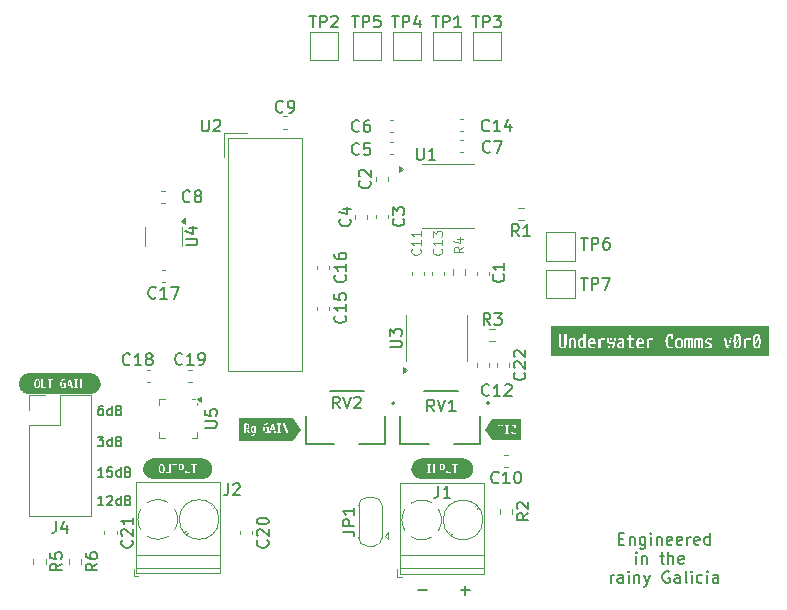
<source format=gbr>
%TF.GenerationSoftware,KiCad,Pcbnew,8.0.8*%
%TF.CreationDate,2025-02-25T11:28:35+01:00*%
%TF.ProjectId,ADC_16bit_board_v0r0,4144435f-3136-4626-9974-5f626f617264,rev?*%
%TF.SameCoordinates,Original*%
%TF.FileFunction,Legend,Top*%
%TF.FilePolarity,Positive*%
%FSLAX46Y46*%
G04 Gerber Fmt 4.6, Leading zero omitted, Abs format (unit mm)*
G04 Created by KiCad (PCBNEW 8.0.8) date 2025-02-25 11:28:35*
%MOMM*%
%LPD*%
G01*
G04 APERTURE LIST*
%ADD10C,0.150000*%
%ADD11C,0.120000*%
%ADD12C,0.000000*%
%ADD13C,0.127000*%
%ADD14C,0.200000*%
G04 APERTURE END LIST*
D10*
X199908207Y-108894295D02*
X199451064Y-108894295D01*
X199679636Y-108894295D02*
X199679636Y-108094295D01*
X199679636Y-108094295D02*
X199603445Y-108208580D01*
X199603445Y-108208580D02*
X199527255Y-108284771D01*
X199527255Y-108284771D02*
X199451064Y-108322866D01*
X200212969Y-108170485D02*
X200251065Y-108132390D01*
X200251065Y-108132390D02*
X200327255Y-108094295D01*
X200327255Y-108094295D02*
X200517731Y-108094295D01*
X200517731Y-108094295D02*
X200593922Y-108132390D01*
X200593922Y-108132390D02*
X200632017Y-108170485D01*
X200632017Y-108170485D02*
X200670112Y-108246676D01*
X200670112Y-108246676D02*
X200670112Y-108322866D01*
X200670112Y-108322866D02*
X200632017Y-108437152D01*
X200632017Y-108437152D02*
X200174874Y-108894295D01*
X200174874Y-108894295D02*
X200670112Y-108894295D01*
X201355827Y-108894295D02*
X201355827Y-108094295D01*
X201355827Y-108856200D02*
X201279636Y-108894295D01*
X201279636Y-108894295D02*
X201127255Y-108894295D01*
X201127255Y-108894295D02*
X201051065Y-108856200D01*
X201051065Y-108856200D02*
X201012970Y-108818104D01*
X201012970Y-108818104D02*
X200974874Y-108741914D01*
X200974874Y-108741914D02*
X200974874Y-108513342D01*
X200974874Y-108513342D02*
X201012970Y-108437152D01*
X201012970Y-108437152D02*
X201051065Y-108399057D01*
X201051065Y-108399057D02*
X201127255Y-108360961D01*
X201127255Y-108360961D02*
X201279636Y-108360961D01*
X201279636Y-108360961D02*
X201355827Y-108399057D01*
X202003446Y-108475247D02*
X202117732Y-108513342D01*
X202117732Y-108513342D02*
X202155827Y-108551438D01*
X202155827Y-108551438D02*
X202193923Y-108627628D01*
X202193923Y-108627628D02*
X202193923Y-108741914D01*
X202193923Y-108741914D02*
X202155827Y-108818104D01*
X202155827Y-108818104D02*
X202117732Y-108856200D01*
X202117732Y-108856200D02*
X202041542Y-108894295D01*
X202041542Y-108894295D02*
X201736780Y-108894295D01*
X201736780Y-108894295D02*
X201736780Y-108094295D01*
X201736780Y-108094295D02*
X202003446Y-108094295D01*
X202003446Y-108094295D02*
X202079637Y-108132390D01*
X202079637Y-108132390D02*
X202117732Y-108170485D01*
X202117732Y-108170485D02*
X202155827Y-108246676D01*
X202155827Y-108246676D02*
X202155827Y-108322866D01*
X202155827Y-108322866D02*
X202117732Y-108399057D01*
X202117732Y-108399057D02*
X202079637Y-108437152D01*
X202079637Y-108437152D02*
X202003446Y-108475247D01*
X202003446Y-108475247D02*
X201736780Y-108475247D01*
X226536779Y-116088866D02*
X227298684Y-116088866D01*
X243542857Y-111726121D02*
X243876190Y-111726121D01*
X244019047Y-112249931D02*
X243542857Y-112249931D01*
X243542857Y-112249931D02*
X243542857Y-111249931D01*
X243542857Y-111249931D02*
X244019047Y-111249931D01*
X244447619Y-111583264D02*
X244447619Y-112249931D01*
X244447619Y-111678502D02*
X244495238Y-111630883D01*
X244495238Y-111630883D02*
X244590476Y-111583264D01*
X244590476Y-111583264D02*
X244733333Y-111583264D01*
X244733333Y-111583264D02*
X244828571Y-111630883D01*
X244828571Y-111630883D02*
X244876190Y-111726121D01*
X244876190Y-111726121D02*
X244876190Y-112249931D01*
X245780952Y-111583264D02*
X245780952Y-112392788D01*
X245780952Y-112392788D02*
X245733333Y-112488026D01*
X245733333Y-112488026D02*
X245685714Y-112535645D01*
X245685714Y-112535645D02*
X245590476Y-112583264D01*
X245590476Y-112583264D02*
X245447619Y-112583264D01*
X245447619Y-112583264D02*
X245352381Y-112535645D01*
X245780952Y-112202312D02*
X245685714Y-112249931D01*
X245685714Y-112249931D02*
X245495238Y-112249931D01*
X245495238Y-112249931D02*
X245400000Y-112202312D01*
X245400000Y-112202312D02*
X245352381Y-112154692D01*
X245352381Y-112154692D02*
X245304762Y-112059454D01*
X245304762Y-112059454D02*
X245304762Y-111773740D01*
X245304762Y-111773740D02*
X245352381Y-111678502D01*
X245352381Y-111678502D02*
X245400000Y-111630883D01*
X245400000Y-111630883D02*
X245495238Y-111583264D01*
X245495238Y-111583264D02*
X245685714Y-111583264D01*
X245685714Y-111583264D02*
X245780952Y-111630883D01*
X246257143Y-112249931D02*
X246257143Y-111583264D01*
X246257143Y-111249931D02*
X246209524Y-111297550D01*
X246209524Y-111297550D02*
X246257143Y-111345169D01*
X246257143Y-111345169D02*
X246304762Y-111297550D01*
X246304762Y-111297550D02*
X246257143Y-111249931D01*
X246257143Y-111249931D02*
X246257143Y-111345169D01*
X246733333Y-111583264D02*
X246733333Y-112249931D01*
X246733333Y-111678502D02*
X246780952Y-111630883D01*
X246780952Y-111630883D02*
X246876190Y-111583264D01*
X246876190Y-111583264D02*
X247019047Y-111583264D01*
X247019047Y-111583264D02*
X247114285Y-111630883D01*
X247114285Y-111630883D02*
X247161904Y-111726121D01*
X247161904Y-111726121D02*
X247161904Y-112249931D01*
X248019047Y-112202312D02*
X247923809Y-112249931D01*
X247923809Y-112249931D02*
X247733333Y-112249931D01*
X247733333Y-112249931D02*
X247638095Y-112202312D01*
X247638095Y-112202312D02*
X247590476Y-112107073D01*
X247590476Y-112107073D02*
X247590476Y-111726121D01*
X247590476Y-111726121D02*
X247638095Y-111630883D01*
X247638095Y-111630883D02*
X247733333Y-111583264D01*
X247733333Y-111583264D02*
X247923809Y-111583264D01*
X247923809Y-111583264D02*
X248019047Y-111630883D01*
X248019047Y-111630883D02*
X248066666Y-111726121D01*
X248066666Y-111726121D02*
X248066666Y-111821359D01*
X248066666Y-111821359D02*
X247590476Y-111916597D01*
X248876190Y-112202312D02*
X248780952Y-112249931D01*
X248780952Y-112249931D02*
X248590476Y-112249931D01*
X248590476Y-112249931D02*
X248495238Y-112202312D01*
X248495238Y-112202312D02*
X248447619Y-112107073D01*
X248447619Y-112107073D02*
X248447619Y-111726121D01*
X248447619Y-111726121D02*
X248495238Y-111630883D01*
X248495238Y-111630883D02*
X248590476Y-111583264D01*
X248590476Y-111583264D02*
X248780952Y-111583264D01*
X248780952Y-111583264D02*
X248876190Y-111630883D01*
X248876190Y-111630883D02*
X248923809Y-111726121D01*
X248923809Y-111726121D02*
X248923809Y-111821359D01*
X248923809Y-111821359D02*
X248447619Y-111916597D01*
X249352381Y-112249931D02*
X249352381Y-111583264D01*
X249352381Y-111773740D02*
X249400000Y-111678502D01*
X249400000Y-111678502D02*
X249447619Y-111630883D01*
X249447619Y-111630883D02*
X249542857Y-111583264D01*
X249542857Y-111583264D02*
X249638095Y-111583264D01*
X250352381Y-112202312D02*
X250257143Y-112249931D01*
X250257143Y-112249931D02*
X250066667Y-112249931D01*
X250066667Y-112249931D02*
X249971429Y-112202312D01*
X249971429Y-112202312D02*
X249923810Y-112107073D01*
X249923810Y-112107073D02*
X249923810Y-111726121D01*
X249923810Y-111726121D02*
X249971429Y-111630883D01*
X249971429Y-111630883D02*
X250066667Y-111583264D01*
X250066667Y-111583264D02*
X250257143Y-111583264D01*
X250257143Y-111583264D02*
X250352381Y-111630883D01*
X250352381Y-111630883D02*
X250400000Y-111726121D01*
X250400000Y-111726121D02*
X250400000Y-111821359D01*
X250400000Y-111821359D02*
X249923810Y-111916597D01*
X251257143Y-112249931D02*
X251257143Y-111249931D01*
X251257143Y-112202312D02*
X251161905Y-112249931D01*
X251161905Y-112249931D02*
X250971429Y-112249931D01*
X250971429Y-112249931D02*
X250876191Y-112202312D01*
X250876191Y-112202312D02*
X250828572Y-112154692D01*
X250828572Y-112154692D02*
X250780953Y-112059454D01*
X250780953Y-112059454D02*
X250780953Y-111773740D01*
X250780953Y-111773740D02*
X250828572Y-111678502D01*
X250828572Y-111678502D02*
X250876191Y-111630883D01*
X250876191Y-111630883D02*
X250971429Y-111583264D01*
X250971429Y-111583264D02*
X251161905Y-111583264D01*
X251161905Y-111583264D02*
X251257143Y-111630883D01*
X245019047Y-113859875D02*
X245019047Y-113193208D01*
X245019047Y-112859875D02*
X244971428Y-112907494D01*
X244971428Y-112907494D02*
X245019047Y-112955113D01*
X245019047Y-112955113D02*
X245066666Y-112907494D01*
X245066666Y-112907494D02*
X245019047Y-112859875D01*
X245019047Y-112859875D02*
X245019047Y-112955113D01*
X245495237Y-113193208D02*
X245495237Y-113859875D01*
X245495237Y-113288446D02*
X245542856Y-113240827D01*
X245542856Y-113240827D02*
X245638094Y-113193208D01*
X245638094Y-113193208D02*
X245780951Y-113193208D01*
X245780951Y-113193208D02*
X245876189Y-113240827D01*
X245876189Y-113240827D02*
X245923808Y-113336065D01*
X245923808Y-113336065D02*
X245923808Y-113859875D01*
X247019047Y-113193208D02*
X247399999Y-113193208D01*
X247161904Y-112859875D02*
X247161904Y-113717017D01*
X247161904Y-113717017D02*
X247209523Y-113812256D01*
X247209523Y-113812256D02*
X247304761Y-113859875D01*
X247304761Y-113859875D02*
X247399999Y-113859875D01*
X247733333Y-113859875D02*
X247733333Y-112859875D01*
X248161904Y-113859875D02*
X248161904Y-113336065D01*
X248161904Y-113336065D02*
X248114285Y-113240827D01*
X248114285Y-113240827D02*
X248019047Y-113193208D01*
X248019047Y-113193208D02*
X247876190Y-113193208D01*
X247876190Y-113193208D02*
X247780952Y-113240827D01*
X247780952Y-113240827D02*
X247733333Y-113288446D01*
X249019047Y-113812256D02*
X248923809Y-113859875D01*
X248923809Y-113859875D02*
X248733333Y-113859875D01*
X248733333Y-113859875D02*
X248638095Y-113812256D01*
X248638095Y-113812256D02*
X248590476Y-113717017D01*
X248590476Y-113717017D02*
X248590476Y-113336065D01*
X248590476Y-113336065D02*
X248638095Y-113240827D01*
X248638095Y-113240827D02*
X248733333Y-113193208D01*
X248733333Y-113193208D02*
X248923809Y-113193208D01*
X248923809Y-113193208D02*
X249019047Y-113240827D01*
X249019047Y-113240827D02*
X249066666Y-113336065D01*
X249066666Y-113336065D02*
X249066666Y-113431303D01*
X249066666Y-113431303D02*
X248590476Y-113526541D01*
X242852381Y-115469819D02*
X242852381Y-114803152D01*
X242852381Y-114993628D02*
X242900000Y-114898390D01*
X242900000Y-114898390D02*
X242947619Y-114850771D01*
X242947619Y-114850771D02*
X243042857Y-114803152D01*
X243042857Y-114803152D02*
X243138095Y-114803152D01*
X243900000Y-115469819D02*
X243900000Y-114946009D01*
X243900000Y-114946009D02*
X243852381Y-114850771D01*
X243852381Y-114850771D02*
X243757143Y-114803152D01*
X243757143Y-114803152D02*
X243566667Y-114803152D01*
X243566667Y-114803152D02*
X243471429Y-114850771D01*
X243900000Y-115422200D02*
X243804762Y-115469819D01*
X243804762Y-115469819D02*
X243566667Y-115469819D01*
X243566667Y-115469819D02*
X243471429Y-115422200D01*
X243471429Y-115422200D02*
X243423810Y-115326961D01*
X243423810Y-115326961D02*
X243423810Y-115231723D01*
X243423810Y-115231723D02*
X243471429Y-115136485D01*
X243471429Y-115136485D02*
X243566667Y-115088866D01*
X243566667Y-115088866D02*
X243804762Y-115088866D01*
X243804762Y-115088866D02*
X243900000Y-115041247D01*
X244376191Y-115469819D02*
X244376191Y-114803152D01*
X244376191Y-114469819D02*
X244328572Y-114517438D01*
X244328572Y-114517438D02*
X244376191Y-114565057D01*
X244376191Y-114565057D02*
X244423810Y-114517438D01*
X244423810Y-114517438D02*
X244376191Y-114469819D01*
X244376191Y-114469819D02*
X244376191Y-114565057D01*
X244852381Y-114803152D02*
X244852381Y-115469819D01*
X244852381Y-114898390D02*
X244900000Y-114850771D01*
X244900000Y-114850771D02*
X244995238Y-114803152D01*
X244995238Y-114803152D02*
X245138095Y-114803152D01*
X245138095Y-114803152D02*
X245233333Y-114850771D01*
X245233333Y-114850771D02*
X245280952Y-114946009D01*
X245280952Y-114946009D02*
X245280952Y-115469819D01*
X245661905Y-114803152D02*
X245900000Y-115469819D01*
X246138095Y-114803152D02*
X245900000Y-115469819D01*
X245900000Y-115469819D02*
X245804762Y-115707914D01*
X245804762Y-115707914D02*
X245757143Y-115755533D01*
X245757143Y-115755533D02*
X245661905Y-115803152D01*
X247804762Y-114517438D02*
X247709524Y-114469819D01*
X247709524Y-114469819D02*
X247566667Y-114469819D01*
X247566667Y-114469819D02*
X247423810Y-114517438D01*
X247423810Y-114517438D02*
X247328572Y-114612676D01*
X247328572Y-114612676D02*
X247280953Y-114707914D01*
X247280953Y-114707914D02*
X247233334Y-114898390D01*
X247233334Y-114898390D02*
X247233334Y-115041247D01*
X247233334Y-115041247D02*
X247280953Y-115231723D01*
X247280953Y-115231723D02*
X247328572Y-115326961D01*
X247328572Y-115326961D02*
X247423810Y-115422200D01*
X247423810Y-115422200D02*
X247566667Y-115469819D01*
X247566667Y-115469819D02*
X247661905Y-115469819D01*
X247661905Y-115469819D02*
X247804762Y-115422200D01*
X247804762Y-115422200D02*
X247852381Y-115374580D01*
X247852381Y-115374580D02*
X247852381Y-115041247D01*
X247852381Y-115041247D02*
X247661905Y-115041247D01*
X248709524Y-115469819D02*
X248709524Y-114946009D01*
X248709524Y-114946009D02*
X248661905Y-114850771D01*
X248661905Y-114850771D02*
X248566667Y-114803152D01*
X248566667Y-114803152D02*
X248376191Y-114803152D01*
X248376191Y-114803152D02*
X248280953Y-114850771D01*
X248709524Y-115422200D02*
X248614286Y-115469819D01*
X248614286Y-115469819D02*
X248376191Y-115469819D01*
X248376191Y-115469819D02*
X248280953Y-115422200D01*
X248280953Y-115422200D02*
X248233334Y-115326961D01*
X248233334Y-115326961D02*
X248233334Y-115231723D01*
X248233334Y-115231723D02*
X248280953Y-115136485D01*
X248280953Y-115136485D02*
X248376191Y-115088866D01*
X248376191Y-115088866D02*
X248614286Y-115088866D01*
X248614286Y-115088866D02*
X248709524Y-115041247D01*
X249328572Y-115469819D02*
X249233334Y-115422200D01*
X249233334Y-115422200D02*
X249185715Y-115326961D01*
X249185715Y-115326961D02*
X249185715Y-114469819D01*
X249709525Y-115469819D02*
X249709525Y-114803152D01*
X249709525Y-114469819D02*
X249661906Y-114517438D01*
X249661906Y-114517438D02*
X249709525Y-114565057D01*
X249709525Y-114565057D02*
X249757144Y-114517438D01*
X249757144Y-114517438D02*
X249709525Y-114469819D01*
X249709525Y-114469819D02*
X249709525Y-114565057D01*
X250614286Y-115422200D02*
X250519048Y-115469819D01*
X250519048Y-115469819D02*
X250328572Y-115469819D01*
X250328572Y-115469819D02*
X250233334Y-115422200D01*
X250233334Y-115422200D02*
X250185715Y-115374580D01*
X250185715Y-115374580D02*
X250138096Y-115279342D01*
X250138096Y-115279342D02*
X250138096Y-114993628D01*
X250138096Y-114993628D02*
X250185715Y-114898390D01*
X250185715Y-114898390D02*
X250233334Y-114850771D01*
X250233334Y-114850771D02*
X250328572Y-114803152D01*
X250328572Y-114803152D02*
X250519048Y-114803152D01*
X250519048Y-114803152D02*
X250614286Y-114850771D01*
X251042858Y-115469819D02*
X251042858Y-114803152D01*
X251042858Y-114469819D02*
X250995239Y-114517438D01*
X250995239Y-114517438D02*
X251042858Y-114565057D01*
X251042858Y-114565057D02*
X251090477Y-114517438D01*
X251090477Y-114517438D02*
X251042858Y-114469819D01*
X251042858Y-114469819D02*
X251042858Y-114565057D01*
X251947619Y-115469819D02*
X251947619Y-114946009D01*
X251947619Y-114946009D02*
X251900000Y-114850771D01*
X251900000Y-114850771D02*
X251804762Y-114803152D01*
X251804762Y-114803152D02*
X251614286Y-114803152D01*
X251614286Y-114803152D02*
X251519048Y-114850771D01*
X251947619Y-115422200D02*
X251852381Y-115469819D01*
X251852381Y-115469819D02*
X251614286Y-115469819D01*
X251614286Y-115469819D02*
X251519048Y-115422200D01*
X251519048Y-115422200D02*
X251471429Y-115326961D01*
X251471429Y-115326961D02*
X251471429Y-115231723D01*
X251471429Y-115231723D02*
X251519048Y-115136485D01*
X251519048Y-115136485D02*
X251614286Y-115088866D01*
X251614286Y-115088866D02*
X251852381Y-115088866D01*
X251852381Y-115088866D02*
X251947619Y-115041247D01*
X199832017Y-100494295D02*
X199679636Y-100494295D01*
X199679636Y-100494295D02*
X199603445Y-100532390D01*
X199603445Y-100532390D02*
X199565350Y-100570485D01*
X199565350Y-100570485D02*
X199489160Y-100684771D01*
X199489160Y-100684771D02*
X199451064Y-100837152D01*
X199451064Y-100837152D02*
X199451064Y-101141914D01*
X199451064Y-101141914D02*
X199489160Y-101218104D01*
X199489160Y-101218104D02*
X199527255Y-101256200D01*
X199527255Y-101256200D02*
X199603445Y-101294295D01*
X199603445Y-101294295D02*
X199755826Y-101294295D01*
X199755826Y-101294295D02*
X199832017Y-101256200D01*
X199832017Y-101256200D02*
X199870112Y-101218104D01*
X199870112Y-101218104D02*
X199908207Y-101141914D01*
X199908207Y-101141914D02*
X199908207Y-100951438D01*
X199908207Y-100951438D02*
X199870112Y-100875247D01*
X199870112Y-100875247D02*
X199832017Y-100837152D01*
X199832017Y-100837152D02*
X199755826Y-100799057D01*
X199755826Y-100799057D02*
X199603445Y-100799057D01*
X199603445Y-100799057D02*
X199527255Y-100837152D01*
X199527255Y-100837152D02*
X199489160Y-100875247D01*
X199489160Y-100875247D02*
X199451064Y-100951438D01*
X200593922Y-101294295D02*
X200593922Y-100494295D01*
X200593922Y-101256200D02*
X200517731Y-101294295D01*
X200517731Y-101294295D02*
X200365350Y-101294295D01*
X200365350Y-101294295D02*
X200289160Y-101256200D01*
X200289160Y-101256200D02*
X200251065Y-101218104D01*
X200251065Y-101218104D02*
X200212969Y-101141914D01*
X200212969Y-101141914D02*
X200212969Y-100913342D01*
X200212969Y-100913342D02*
X200251065Y-100837152D01*
X200251065Y-100837152D02*
X200289160Y-100799057D01*
X200289160Y-100799057D02*
X200365350Y-100760961D01*
X200365350Y-100760961D02*
X200517731Y-100760961D01*
X200517731Y-100760961D02*
X200593922Y-100799057D01*
X201241541Y-100875247D02*
X201355827Y-100913342D01*
X201355827Y-100913342D02*
X201393922Y-100951438D01*
X201393922Y-100951438D02*
X201432018Y-101027628D01*
X201432018Y-101027628D02*
X201432018Y-101141914D01*
X201432018Y-101141914D02*
X201393922Y-101218104D01*
X201393922Y-101218104D02*
X201355827Y-101256200D01*
X201355827Y-101256200D02*
X201279637Y-101294295D01*
X201279637Y-101294295D02*
X200974875Y-101294295D01*
X200974875Y-101294295D02*
X200974875Y-100494295D01*
X200974875Y-100494295D02*
X201241541Y-100494295D01*
X201241541Y-100494295D02*
X201317732Y-100532390D01*
X201317732Y-100532390D02*
X201355827Y-100570485D01*
X201355827Y-100570485D02*
X201393922Y-100646676D01*
X201393922Y-100646676D02*
X201393922Y-100722866D01*
X201393922Y-100722866D02*
X201355827Y-100799057D01*
X201355827Y-100799057D02*
X201317732Y-100837152D01*
X201317732Y-100837152D02*
X201241541Y-100875247D01*
X201241541Y-100875247D02*
X200974875Y-100875247D01*
X199908207Y-106494295D02*
X199451064Y-106494295D01*
X199679636Y-106494295D02*
X199679636Y-105694295D01*
X199679636Y-105694295D02*
X199603445Y-105808580D01*
X199603445Y-105808580D02*
X199527255Y-105884771D01*
X199527255Y-105884771D02*
X199451064Y-105922866D01*
X200632017Y-105694295D02*
X200251065Y-105694295D01*
X200251065Y-105694295D02*
X200212969Y-106075247D01*
X200212969Y-106075247D02*
X200251065Y-106037152D01*
X200251065Y-106037152D02*
X200327255Y-105999057D01*
X200327255Y-105999057D02*
X200517731Y-105999057D01*
X200517731Y-105999057D02*
X200593922Y-106037152D01*
X200593922Y-106037152D02*
X200632017Y-106075247D01*
X200632017Y-106075247D02*
X200670112Y-106151438D01*
X200670112Y-106151438D02*
X200670112Y-106341914D01*
X200670112Y-106341914D02*
X200632017Y-106418104D01*
X200632017Y-106418104D02*
X200593922Y-106456200D01*
X200593922Y-106456200D02*
X200517731Y-106494295D01*
X200517731Y-106494295D02*
X200327255Y-106494295D01*
X200327255Y-106494295D02*
X200251065Y-106456200D01*
X200251065Y-106456200D02*
X200212969Y-106418104D01*
X201355827Y-106494295D02*
X201355827Y-105694295D01*
X201355827Y-106456200D02*
X201279636Y-106494295D01*
X201279636Y-106494295D02*
X201127255Y-106494295D01*
X201127255Y-106494295D02*
X201051065Y-106456200D01*
X201051065Y-106456200D02*
X201012970Y-106418104D01*
X201012970Y-106418104D02*
X200974874Y-106341914D01*
X200974874Y-106341914D02*
X200974874Y-106113342D01*
X200974874Y-106113342D02*
X201012970Y-106037152D01*
X201012970Y-106037152D02*
X201051065Y-105999057D01*
X201051065Y-105999057D02*
X201127255Y-105960961D01*
X201127255Y-105960961D02*
X201279636Y-105960961D01*
X201279636Y-105960961D02*
X201355827Y-105999057D01*
X202003446Y-106075247D02*
X202117732Y-106113342D01*
X202117732Y-106113342D02*
X202155827Y-106151438D01*
X202155827Y-106151438D02*
X202193923Y-106227628D01*
X202193923Y-106227628D02*
X202193923Y-106341914D01*
X202193923Y-106341914D02*
X202155827Y-106418104D01*
X202155827Y-106418104D02*
X202117732Y-106456200D01*
X202117732Y-106456200D02*
X202041542Y-106494295D01*
X202041542Y-106494295D02*
X201736780Y-106494295D01*
X201736780Y-106494295D02*
X201736780Y-105694295D01*
X201736780Y-105694295D02*
X202003446Y-105694295D01*
X202003446Y-105694295D02*
X202079637Y-105732390D01*
X202079637Y-105732390D02*
X202117732Y-105770485D01*
X202117732Y-105770485D02*
X202155827Y-105846676D01*
X202155827Y-105846676D02*
X202155827Y-105922866D01*
X202155827Y-105922866D02*
X202117732Y-105999057D01*
X202117732Y-105999057D02*
X202079637Y-106037152D01*
X202079637Y-106037152D02*
X202003446Y-106075247D01*
X202003446Y-106075247D02*
X201736780Y-106075247D01*
X199412969Y-103094295D02*
X199908207Y-103094295D01*
X199908207Y-103094295D02*
X199641541Y-103399057D01*
X199641541Y-103399057D02*
X199755826Y-103399057D01*
X199755826Y-103399057D02*
X199832017Y-103437152D01*
X199832017Y-103437152D02*
X199870112Y-103475247D01*
X199870112Y-103475247D02*
X199908207Y-103551438D01*
X199908207Y-103551438D02*
X199908207Y-103741914D01*
X199908207Y-103741914D02*
X199870112Y-103818104D01*
X199870112Y-103818104D02*
X199832017Y-103856200D01*
X199832017Y-103856200D02*
X199755826Y-103894295D01*
X199755826Y-103894295D02*
X199527255Y-103894295D01*
X199527255Y-103894295D02*
X199451064Y-103856200D01*
X199451064Y-103856200D02*
X199412969Y-103818104D01*
X200593922Y-103894295D02*
X200593922Y-103094295D01*
X200593922Y-103856200D02*
X200517731Y-103894295D01*
X200517731Y-103894295D02*
X200365350Y-103894295D01*
X200365350Y-103894295D02*
X200289160Y-103856200D01*
X200289160Y-103856200D02*
X200251065Y-103818104D01*
X200251065Y-103818104D02*
X200212969Y-103741914D01*
X200212969Y-103741914D02*
X200212969Y-103513342D01*
X200212969Y-103513342D02*
X200251065Y-103437152D01*
X200251065Y-103437152D02*
X200289160Y-103399057D01*
X200289160Y-103399057D02*
X200365350Y-103360961D01*
X200365350Y-103360961D02*
X200517731Y-103360961D01*
X200517731Y-103360961D02*
X200593922Y-103399057D01*
X201241541Y-103475247D02*
X201355827Y-103513342D01*
X201355827Y-103513342D02*
X201393922Y-103551438D01*
X201393922Y-103551438D02*
X201432018Y-103627628D01*
X201432018Y-103627628D02*
X201432018Y-103741914D01*
X201432018Y-103741914D02*
X201393922Y-103818104D01*
X201393922Y-103818104D02*
X201355827Y-103856200D01*
X201355827Y-103856200D02*
X201279637Y-103894295D01*
X201279637Y-103894295D02*
X200974875Y-103894295D01*
X200974875Y-103894295D02*
X200974875Y-103094295D01*
X200974875Y-103094295D02*
X201241541Y-103094295D01*
X201241541Y-103094295D02*
X201317732Y-103132390D01*
X201317732Y-103132390D02*
X201355827Y-103170485D01*
X201355827Y-103170485D02*
X201393922Y-103246676D01*
X201393922Y-103246676D02*
X201393922Y-103322866D01*
X201393922Y-103322866D02*
X201355827Y-103399057D01*
X201355827Y-103399057D02*
X201317732Y-103437152D01*
X201317732Y-103437152D02*
X201241541Y-103475247D01*
X201241541Y-103475247D02*
X200974875Y-103475247D01*
X230136779Y-116088866D02*
X230898684Y-116088866D01*
X230517731Y-116469819D02*
X230517731Y-115707914D01*
X235539580Y-97667857D02*
X235587200Y-97715476D01*
X235587200Y-97715476D02*
X235634819Y-97858333D01*
X235634819Y-97858333D02*
X235634819Y-97953571D01*
X235634819Y-97953571D02*
X235587200Y-98096428D01*
X235587200Y-98096428D02*
X235491961Y-98191666D01*
X235491961Y-98191666D02*
X235396723Y-98239285D01*
X235396723Y-98239285D02*
X235206247Y-98286904D01*
X235206247Y-98286904D02*
X235063390Y-98286904D01*
X235063390Y-98286904D02*
X234872914Y-98239285D01*
X234872914Y-98239285D02*
X234777676Y-98191666D01*
X234777676Y-98191666D02*
X234682438Y-98096428D01*
X234682438Y-98096428D02*
X234634819Y-97953571D01*
X234634819Y-97953571D02*
X234634819Y-97858333D01*
X234634819Y-97858333D02*
X234682438Y-97715476D01*
X234682438Y-97715476D02*
X234730057Y-97667857D01*
X234730057Y-97286904D02*
X234682438Y-97239285D01*
X234682438Y-97239285D02*
X234634819Y-97144047D01*
X234634819Y-97144047D02*
X234634819Y-96905952D01*
X234634819Y-96905952D02*
X234682438Y-96810714D01*
X234682438Y-96810714D02*
X234730057Y-96763095D01*
X234730057Y-96763095D02*
X234825295Y-96715476D01*
X234825295Y-96715476D02*
X234920533Y-96715476D01*
X234920533Y-96715476D02*
X235063390Y-96763095D01*
X235063390Y-96763095D02*
X235634819Y-97334523D01*
X235634819Y-97334523D02*
X235634819Y-96715476D01*
X234730057Y-96334523D02*
X234682438Y-96286904D01*
X234682438Y-96286904D02*
X234634819Y-96191666D01*
X234634819Y-96191666D02*
X234634819Y-95953571D01*
X234634819Y-95953571D02*
X234682438Y-95858333D01*
X234682438Y-95858333D02*
X234730057Y-95810714D01*
X234730057Y-95810714D02*
X234825295Y-95763095D01*
X234825295Y-95763095D02*
X234920533Y-95763095D01*
X234920533Y-95763095D02*
X235063390Y-95810714D01*
X235063390Y-95810714D02*
X235634819Y-96382142D01*
X235634819Y-96382142D02*
X235634819Y-95763095D01*
X235083333Y-86134819D02*
X234750000Y-85658628D01*
X234511905Y-86134819D02*
X234511905Y-85134819D01*
X234511905Y-85134819D02*
X234892857Y-85134819D01*
X234892857Y-85134819D02*
X234988095Y-85182438D01*
X234988095Y-85182438D02*
X235035714Y-85230057D01*
X235035714Y-85230057D02*
X235083333Y-85325295D01*
X235083333Y-85325295D02*
X235083333Y-85468152D01*
X235083333Y-85468152D02*
X235035714Y-85563390D01*
X235035714Y-85563390D02*
X234988095Y-85611009D01*
X234988095Y-85611009D02*
X234892857Y-85658628D01*
X234892857Y-85658628D02*
X234511905Y-85658628D01*
X236035714Y-86134819D02*
X235464286Y-86134819D01*
X235750000Y-86134819D02*
X235750000Y-85134819D01*
X235750000Y-85134819D02*
X235654762Y-85277676D01*
X235654762Y-85277676D02*
X235559524Y-85372914D01*
X235559524Y-85372914D02*
X235464286Y-85420533D01*
X220938095Y-67456819D02*
X221509523Y-67456819D01*
X221223809Y-68456819D02*
X221223809Y-67456819D01*
X221842857Y-68456819D02*
X221842857Y-67456819D01*
X221842857Y-67456819D02*
X222223809Y-67456819D01*
X222223809Y-67456819D02*
X222319047Y-67504438D01*
X222319047Y-67504438D02*
X222366666Y-67552057D01*
X222366666Y-67552057D02*
X222414285Y-67647295D01*
X222414285Y-67647295D02*
X222414285Y-67790152D01*
X222414285Y-67790152D02*
X222366666Y-67885390D01*
X222366666Y-67885390D02*
X222319047Y-67933009D01*
X222319047Y-67933009D02*
X222223809Y-67980628D01*
X222223809Y-67980628D02*
X221842857Y-67980628D01*
X223319047Y-67456819D02*
X222842857Y-67456819D01*
X222842857Y-67456819D02*
X222795238Y-67933009D01*
X222795238Y-67933009D02*
X222842857Y-67885390D01*
X222842857Y-67885390D02*
X222938095Y-67837771D01*
X222938095Y-67837771D02*
X223176190Y-67837771D01*
X223176190Y-67837771D02*
X223271428Y-67885390D01*
X223271428Y-67885390D02*
X223319047Y-67933009D01*
X223319047Y-67933009D02*
X223366666Y-68028247D01*
X223366666Y-68028247D02*
X223366666Y-68266342D01*
X223366666Y-68266342D02*
X223319047Y-68361580D01*
X223319047Y-68361580D02*
X223271428Y-68409200D01*
X223271428Y-68409200D02*
X223176190Y-68456819D01*
X223176190Y-68456819D02*
X222938095Y-68456819D01*
X222938095Y-68456819D02*
X222842857Y-68409200D01*
X222842857Y-68409200D02*
X222795238Y-68361580D01*
X220759580Y-84666666D02*
X220807200Y-84714285D01*
X220807200Y-84714285D02*
X220854819Y-84857142D01*
X220854819Y-84857142D02*
X220854819Y-84952380D01*
X220854819Y-84952380D02*
X220807200Y-85095237D01*
X220807200Y-85095237D02*
X220711961Y-85190475D01*
X220711961Y-85190475D02*
X220616723Y-85238094D01*
X220616723Y-85238094D02*
X220426247Y-85285713D01*
X220426247Y-85285713D02*
X220283390Y-85285713D01*
X220283390Y-85285713D02*
X220092914Y-85238094D01*
X220092914Y-85238094D02*
X219997676Y-85190475D01*
X219997676Y-85190475D02*
X219902438Y-85095237D01*
X219902438Y-85095237D02*
X219854819Y-84952380D01*
X219854819Y-84952380D02*
X219854819Y-84857142D01*
X219854819Y-84857142D02*
X219902438Y-84714285D01*
X219902438Y-84714285D02*
X219950057Y-84666666D01*
X220188152Y-83809523D02*
X220854819Y-83809523D01*
X219807200Y-84047618D02*
X220521485Y-84285713D01*
X220521485Y-84285713D02*
X220521485Y-83666666D01*
X206854819Y-86899404D02*
X207664342Y-86899404D01*
X207664342Y-86899404D02*
X207759580Y-86851785D01*
X207759580Y-86851785D02*
X207807200Y-86804166D01*
X207807200Y-86804166D02*
X207854819Y-86708928D01*
X207854819Y-86708928D02*
X207854819Y-86518452D01*
X207854819Y-86518452D02*
X207807200Y-86423214D01*
X207807200Y-86423214D02*
X207759580Y-86375595D01*
X207759580Y-86375595D02*
X207664342Y-86327976D01*
X207664342Y-86327976D02*
X206854819Y-86327976D01*
X207188152Y-85423214D02*
X207854819Y-85423214D01*
X206807200Y-85661309D02*
X207521485Y-85899404D01*
X207521485Y-85899404D02*
X207521485Y-85280357D01*
X220359580Y-92842857D02*
X220407200Y-92890476D01*
X220407200Y-92890476D02*
X220454819Y-93033333D01*
X220454819Y-93033333D02*
X220454819Y-93128571D01*
X220454819Y-93128571D02*
X220407200Y-93271428D01*
X220407200Y-93271428D02*
X220311961Y-93366666D01*
X220311961Y-93366666D02*
X220216723Y-93414285D01*
X220216723Y-93414285D02*
X220026247Y-93461904D01*
X220026247Y-93461904D02*
X219883390Y-93461904D01*
X219883390Y-93461904D02*
X219692914Y-93414285D01*
X219692914Y-93414285D02*
X219597676Y-93366666D01*
X219597676Y-93366666D02*
X219502438Y-93271428D01*
X219502438Y-93271428D02*
X219454819Y-93128571D01*
X219454819Y-93128571D02*
X219454819Y-93033333D01*
X219454819Y-93033333D02*
X219502438Y-92890476D01*
X219502438Y-92890476D02*
X219550057Y-92842857D01*
X220454819Y-91890476D02*
X220454819Y-92461904D01*
X220454819Y-92176190D02*
X219454819Y-92176190D01*
X219454819Y-92176190D02*
X219597676Y-92271428D01*
X219597676Y-92271428D02*
X219692914Y-92366666D01*
X219692914Y-92366666D02*
X219740533Y-92461904D01*
X219454819Y-90985714D02*
X219454819Y-91461904D01*
X219454819Y-91461904D02*
X219931009Y-91509523D01*
X219931009Y-91509523D02*
X219883390Y-91461904D01*
X219883390Y-91461904D02*
X219835771Y-91366666D01*
X219835771Y-91366666D02*
X219835771Y-91128571D01*
X219835771Y-91128571D02*
X219883390Y-91033333D01*
X219883390Y-91033333D02*
X219931009Y-90985714D01*
X219931009Y-90985714D02*
X220026247Y-90938095D01*
X220026247Y-90938095D02*
X220264342Y-90938095D01*
X220264342Y-90938095D02*
X220359580Y-90985714D01*
X220359580Y-90985714D02*
X220407200Y-91033333D01*
X220407200Y-91033333D02*
X220454819Y-91128571D01*
X220454819Y-91128571D02*
X220454819Y-91366666D01*
X220454819Y-91366666D02*
X220407200Y-91461904D01*
X220407200Y-91461904D02*
X220359580Y-91509523D01*
X195896666Y-110254819D02*
X195896666Y-110969104D01*
X195896666Y-110969104D02*
X195849047Y-111111961D01*
X195849047Y-111111961D02*
X195753809Y-111207200D01*
X195753809Y-111207200D02*
X195610952Y-111254819D01*
X195610952Y-111254819D02*
X195515714Y-111254819D01*
X196801428Y-110588152D02*
X196801428Y-111254819D01*
X196563333Y-110207200D02*
X196325238Y-110921485D01*
X196325238Y-110921485D02*
X196944285Y-110921485D01*
X208504819Y-102324404D02*
X209314342Y-102324404D01*
X209314342Y-102324404D02*
X209409580Y-102276785D01*
X209409580Y-102276785D02*
X209457200Y-102229166D01*
X209457200Y-102229166D02*
X209504819Y-102133928D01*
X209504819Y-102133928D02*
X209504819Y-101943452D01*
X209504819Y-101943452D02*
X209457200Y-101848214D01*
X209457200Y-101848214D02*
X209409580Y-101800595D01*
X209409580Y-101800595D02*
X209314342Y-101752976D01*
X209314342Y-101752976D02*
X208504819Y-101752976D01*
X208504819Y-100800595D02*
X208504819Y-101276785D01*
X208504819Y-101276785D02*
X208981009Y-101324404D01*
X208981009Y-101324404D02*
X208933390Y-101276785D01*
X208933390Y-101276785D02*
X208885771Y-101181547D01*
X208885771Y-101181547D02*
X208885771Y-100943452D01*
X208885771Y-100943452D02*
X208933390Y-100848214D01*
X208933390Y-100848214D02*
X208981009Y-100800595D01*
X208981009Y-100800595D02*
X209076247Y-100752976D01*
X209076247Y-100752976D02*
X209314342Y-100752976D01*
X209314342Y-100752976D02*
X209409580Y-100800595D01*
X209409580Y-100800595D02*
X209457200Y-100848214D01*
X209457200Y-100848214D02*
X209504819Y-100943452D01*
X209504819Y-100943452D02*
X209504819Y-101181547D01*
X209504819Y-101181547D02*
X209457200Y-101276785D01*
X209457200Y-101276785D02*
X209409580Y-101324404D01*
X232557142Y-77159580D02*
X232509523Y-77207200D01*
X232509523Y-77207200D02*
X232366666Y-77254819D01*
X232366666Y-77254819D02*
X232271428Y-77254819D01*
X232271428Y-77254819D02*
X232128571Y-77207200D01*
X232128571Y-77207200D02*
X232033333Y-77111961D01*
X232033333Y-77111961D02*
X231985714Y-77016723D01*
X231985714Y-77016723D02*
X231938095Y-76826247D01*
X231938095Y-76826247D02*
X231938095Y-76683390D01*
X231938095Y-76683390D02*
X231985714Y-76492914D01*
X231985714Y-76492914D02*
X232033333Y-76397676D01*
X232033333Y-76397676D02*
X232128571Y-76302438D01*
X232128571Y-76302438D02*
X232271428Y-76254819D01*
X232271428Y-76254819D02*
X232366666Y-76254819D01*
X232366666Y-76254819D02*
X232509523Y-76302438D01*
X232509523Y-76302438D02*
X232557142Y-76350057D01*
X233509523Y-77254819D02*
X232938095Y-77254819D01*
X233223809Y-77254819D02*
X233223809Y-76254819D01*
X233223809Y-76254819D02*
X233128571Y-76397676D01*
X233128571Y-76397676D02*
X233033333Y-76492914D01*
X233033333Y-76492914D02*
X232938095Y-76540533D01*
X234366666Y-76588152D02*
X234366666Y-77254819D01*
X234128571Y-76207200D02*
X233890476Y-76921485D01*
X233890476Y-76921485D02*
X234509523Y-76921485D01*
X224338095Y-67456819D02*
X224909523Y-67456819D01*
X224623809Y-68456819D02*
X224623809Y-67456819D01*
X225242857Y-68456819D02*
X225242857Y-67456819D01*
X225242857Y-67456819D02*
X225623809Y-67456819D01*
X225623809Y-67456819D02*
X225719047Y-67504438D01*
X225719047Y-67504438D02*
X225766666Y-67552057D01*
X225766666Y-67552057D02*
X225814285Y-67647295D01*
X225814285Y-67647295D02*
X225814285Y-67790152D01*
X225814285Y-67790152D02*
X225766666Y-67885390D01*
X225766666Y-67885390D02*
X225719047Y-67933009D01*
X225719047Y-67933009D02*
X225623809Y-67980628D01*
X225623809Y-67980628D02*
X225242857Y-67980628D01*
X226671428Y-67790152D02*
X226671428Y-68456819D01*
X226433333Y-67409200D02*
X226195238Y-68123485D01*
X226195238Y-68123485D02*
X226814285Y-68123485D01*
X226438095Y-78654819D02*
X226438095Y-79464342D01*
X226438095Y-79464342D02*
X226485714Y-79559580D01*
X226485714Y-79559580D02*
X226533333Y-79607200D01*
X226533333Y-79607200D02*
X226628571Y-79654819D01*
X226628571Y-79654819D02*
X226819047Y-79654819D01*
X226819047Y-79654819D02*
X226914285Y-79607200D01*
X226914285Y-79607200D02*
X226961904Y-79559580D01*
X226961904Y-79559580D02*
X227009523Y-79464342D01*
X227009523Y-79464342D02*
X227009523Y-78654819D01*
X228009523Y-79654819D02*
X227438095Y-79654819D01*
X227723809Y-79654819D02*
X227723809Y-78654819D01*
X227723809Y-78654819D02*
X227628571Y-78797676D01*
X227628571Y-78797676D02*
X227533333Y-78892914D01*
X227533333Y-78892914D02*
X227438095Y-78940533D01*
X228266666Y-107254819D02*
X228266666Y-107969104D01*
X228266666Y-107969104D02*
X228219047Y-108111961D01*
X228219047Y-108111961D02*
X228123809Y-108207200D01*
X228123809Y-108207200D02*
X227980952Y-108254819D01*
X227980952Y-108254819D02*
X227885714Y-108254819D01*
X229266666Y-108254819D02*
X228695238Y-108254819D01*
X228980952Y-108254819D02*
X228980952Y-107254819D01*
X228980952Y-107254819D02*
X228885714Y-107397676D01*
X228885714Y-107397676D02*
X228790476Y-107492914D01*
X228790476Y-107492914D02*
X228695238Y-107540533D01*
X235884819Y-109591666D02*
X235408628Y-109924999D01*
X235884819Y-110163094D02*
X234884819Y-110163094D01*
X234884819Y-110163094D02*
X234884819Y-109782142D01*
X234884819Y-109782142D02*
X234932438Y-109686904D01*
X234932438Y-109686904D02*
X234980057Y-109639285D01*
X234980057Y-109639285D02*
X235075295Y-109591666D01*
X235075295Y-109591666D02*
X235218152Y-109591666D01*
X235218152Y-109591666D02*
X235313390Y-109639285D01*
X235313390Y-109639285D02*
X235361009Y-109686904D01*
X235361009Y-109686904D02*
X235408628Y-109782142D01*
X235408628Y-109782142D02*
X235408628Y-110163094D01*
X234980057Y-109210713D02*
X234932438Y-109163094D01*
X234932438Y-109163094D02*
X234884819Y-109067856D01*
X234884819Y-109067856D02*
X234884819Y-108829761D01*
X234884819Y-108829761D02*
X234932438Y-108734523D01*
X234932438Y-108734523D02*
X234980057Y-108686904D01*
X234980057Y-108686904D02*
X235075295Y-108639285D01*
X235075295Y-108639285D02*
X235170533Y-108639285D01*
X235170533Y-108639285D02*
X235313390Y-108686904D01*
X235313390Y-108686904D02*
X235884819Y-109258332D01*
X235884819Y-109258332D02*
X235884819Y-108639285D01*
X233357142Y-106959580D02*
X233309523Y-107007200D01*
X233309523Y-107007200D02*
X233166666Y-107054819D01*
X233166666Y-107054819D02*
X233071428Y-107054819D01*
X233071428Y-107054819D02*
X232928571Y-107007200D01*
X232928571Y-107007200D02*
X232833333Y-106911961D01*
X232833333Y-106911961D02*
X232785714Y-106816723D01*
X232785714Y-106816723D02*
X232738095Y-106626247D01*
X232738095Y-106626247D02*
X232738095Y-106483390D01*
X232738095Y-106483390D02*
X232785714Y-106292914D01*
X232785714Y-106292914D02*
X232833333Y-106197676D01*
X232833333Y-106197676D02*
X232928571Y-106102438D01*
X232928571Y-106102438D02*
X233071428Y-106054819D01*
X233071428Y-106054819D02*
X233166666Y-106054819D01*
X233166666Y-106054819D02*
X233309523Y-106102438D01*
X233309523Y-106102438D02*
X233357142Y-106150057D01*
X234309523Y-107054819D02*
X233738095Y-107054819D01*
X234023809Y-107054819D02*
X234023809Y-106054819D01*
X234023809Y-106054819D02*
X233928571Y-106197676D01*
X233928571Y-106197676D02*
X233833333Y-106292914D01*
X233833333Y-106292914D02*
X233738095Y-106340533D01*
X234928571Y-106054819D02*
X235023809Y-106054819D01*
X235023809Y-106054819D02*
X235119047Y-106102438D01*
X235119047Y-106102438D02*
X235166666Y-106150057D01*
X235166666Y-106150057D02*
X235214285Y-106245295D01*
X235214285Y-106245295D02*
X235261904Y-106435771D01*
X235261904Y-106435771D02*
X235261904Y-106673866D01*
X235261904Y-106673866D02*
X235214285Y-106864342D01*
X235214285Y-106864342D02*
X235166666Y-106959580D01*
X235166666Y-106959580D02*
X235119047Y-107007200D01*
X235119047Y-107007200D02*
X235023809Y-107054819D01*
X235023809Y-107054819D02*
X234928571Y-107054819D01*
X234928571Y-107054819D02*
X234833333Y-107007200D01*
X234833333Y-107007200D02*
X234785714Y-106959580D01*
X234785714Y-106959580D02*
X234738095Y-106864342D01*
X234738095Y-106864342D02*
X234690476Y-106673866D01*
X234690476Y-106673866D02*
X234690476Y-106435771D01*
X234690476Y-106435771D02*
X234738095Y-106245295D01*
X234738095Y-106245295D02*
X234785714Y-106150057D01*
X234785714Y-106150057D02*
X234833333Y-106102438D01*
X234833333Y-106102438D02*
X234928571Y-106054819D01*
X196384819Y-113841666D02*
X195908628Y-114174999D01*
X196384819Y-114413094D02*
X195384819Y-114413094D01*
X195384819Y-114413094D02*
X195384819Y-114032142D01*
X195384819Y-114032142D02*
X195432438Y-113936904D01*
X195432438Y-113936904D02*
X195480057Y-113889285D01*
X195480057Y-113889285D02*
X195575295Y-113841666D01*
X195575295Y-113841666D02*
X195718152Y-113841666D01*
X195718152Y-113841666D02*
X195813390Y-113889285D01*
X195813390Y-113889285D02*
X195861009Y-113936904D01*
X195861009Y-113936904D02*
X195908628Y-114032142D01*
X195908628Y-114032142D02*
X195908628Y-114413094D01*
X195384819Y-112936904D02*
X195384819Y-113413094D01*
X195384819Y-113413094D02*
X195861009Y-113460713D01*
X195861009Y-113460713D02*
X195813390Y-113413094D01*
X195813390Y-113413094D02*
X195765771Y-113317856D01*
X195765771Y-113317856D02*
X195765771Y-113079761D01*
X195765771Y-113079761D02*
X195813390Y-112984523D01*
X195813390Y-112984523D02*
X195861009Y-112936904D01*
X195861009Y-112936904D02*
X195956247Y-112889285D01*
X195956247Y-112889285D02*
X196194342Y-112889285D01*
X196194342Y-112889285D02*
X196289580Y-112936904D01*
X196289580Y-112936904D02*
X196337200Y-112984523D01*
X196337200Y-112984523D02*
X196384819Y-113079761D01*
X196384819Y-113079761D02*
X196384819Y-113317856D01*
X196384819Y-113317856D02*
X196337200Y-113413094D01*
X196337200Y-113413094D02*
X196289580Y-113460713D01*
X213789580Y-111867857D02*
X213837200Y-111915476D01*
X213837200Y-111915476D02*
X213884819Y-112058333D01*
X213884819Y-112058333D02*
X213884819Y-112153571D01*
X213884819Y-112153571D02*
X213837200Y-112296428D01*
X213837200Y-112296428D02*
X213741961Y-112391666D01*
X213741961Y-112391666D02*
X213646723Y-112439285D01*
X213646723Y-112439285D02*
X213456247Y-112486904D01*
X213456247Y-112486904D02*
X213313390Y-112486904D01*
X213313390Y-112486904D02*
X213122914Y-112439285D01*
X213122914Y-112439285D02*
X213027676Y-112391666D01*
X213027676Y-112391666D02*
X212932438Y-112296428D01*
X212932438Y-112296428D02*
X212884819Y-112153571D01*
X212884819Y-112153571D02*
X212884819Y-112058333D01*
X212884819Y-112058333D02*
X212932438Y-111915476D01*
X212932438Y-111915476D02*
X212980057Y-111867857D01*
X212980057Y-111486904D02*
X212932438Y-111439285D01*
X212932438Y-111439285D02*
X212884819Y-111344047D01*
X212884819Y-111344047D02*
X212884819Y-111105952D01*
X212884819Y-111105952D02*
X212932438Y-111010714D01*
X212932438Y-111010714D02*
X212980057Y-110963095D01*
X212980057Y-110963095D02*
X213075295Y-110915476D01*
X213075295Y-110915476D02*
X213170533Y-110915476D01*
X213170533Y-110915476D02*
X213313390Y-110963095D01*
X213313390Y-110963095D02*
X213884819Y-111534523D01*
X213884819Y-111534523D02*
X213884819Y-110915476D01*
X212884819Y-110296428D02*
X212884819Y-110201190D01*
X212884819Y-110201190D02*
X212932438Y-110105952D01*
X212932438Y-110105952D02*
X212980057Y-110058333D01*
X212980057Y-110058333D02*
X213075295Y-110010714D01*
X213075295Y-110010714D02*
X213265771Y-109963095D01*
X213265771Y-109963095D02*
X213503866Y-109963095D01*
X213503866Y-109963095D02*
X213694342Y-110010714D01*
X213694342Y-110010714D02*
X213789580Y-110058333D01*
X213789580Y-110058333D02*
X213837200Y-110105952D01*
X213837200Y-110105952D02*
X213884819Y-110201190D01*
X213884819Y-110201190D02*
X213884819Y-110296428D01*
X213884819Y-110296428D02*
X213837200Y-110391666D01*
X213837200Y-110391666D02*
X213789580Y-110439285D01*
X213789580Y-110439285D02*
X213694342Y-110486904D01*
X213694342Y-110486904D02*
X213503866Y-110534523D01*
X213503866Y-110534523D02*
X213265771Y-110534523D01*
X213265771Y-110534523D02*
X213075295Y-110486904D01*
X213075295Y-110486904D02*
X212980057Y-110439285D01*
X212980057Y-110439285D02*
X212932438Y-110391666D01*
X212932438Y-110391666D02*
X212884819Y-110296428D01*
D11*
X226687664Y-87214285D02*
X226725760Y-87252381D01*
X226725760Y-87252381D02*
X226763855Y-87366666D01*
X226763855Y-87366666D02*
X226763855Y-87442857D01*
X226763855Y-87442857D02*
X226725760Y-87557143D01*
X226725760Y-87557143D02*
X226649569Y-87633333D01*
X226649569Y-87633333D02*
X226573379Y-87671428D01*
X226573379Y-87671428D02*
X226420998Y-87709524D01*
X226420998Y-87709524D02*
X226306712Y-87709524D01*
X226306712Y-87709524D02*
X226154331Y-87671428D01*
X226154331Y-87671428D02*
X226078140Y-87633333D01*
X226078140Y-87633333D02*
X226001950Y-87557143D01*
X226001950Y-87557143D02*
X225963855Y-87442857D01*
X225963855Y-87442857D02*
X225963855Y-87366666D01*
X225963855Y-87366666D02*
X226001950Y-87252381D01*
X226001950Y-87252381D02*
X226040045Y-87214285D01*
X226763855Y-86452381D02*
X226763855Y-86909524D01*
X226763855Y-86680952D02*
X225963855Y-86680952D01*
X225963855Y-86680952D02*
X226078140Y-86757143D01*
X226078140Y-86757143D02*
X226154331Y-86833333D01*
X226154331Y-86833333D02*
X226192426Y-86909524D01*
X226763855Y-85690476D02*
X226763855Y-86147619D01*
X226763855Y-85919047D02*
X225963855Y-85919047D01*
X225963855Y-85919047D02*
X226078140Y-85995238D01*
X226078140Y-85995238D02*
X226154331Y-86071428D01*
X226154331Y-86071428D02*
X226192426Y-86147619D01*
D10*
X231138095Y-67456819D02*
X231709523Y-67456819D01*
X231423809Y-68456819D02*
X231423809Y-67456819D01*
X232042857Y-68456819D02*
X232042857Y-67456819D01*
X232042857Y-67456819D02*
X232423809Y-67456819D01*
X232423809Y-67456819D02*
X232519047Y-67504438D01*
X232519047Y-67504438D02*
X232566666Y-67552057D01*
X232566666Y-67552057D02*
X232614285Y-67647295D01*
X232614285Y-67647295D02*
X232614285Y-67790152D01*
X232614285Y-67790152D02*
X232566666Y-67885390D01*
X232566666Y-67885390D02*
X232519047Y-67933009D01*
X232519047Y-67933009D02*
X232423809Y-67980628D01*
X232423809Y-67980628D02*
X232042857Y-67980628D01*
X232947619Y-67456819D02*
X233566666Y-67456819D01*
X233566666Y-67456819D02*
X233233333Y-67837771D01*
X233233333Y-67837771D02*
X233376190Y-67837771D01*
X233376190Y-67837771D02*
X233471428Y-67885390D01*
X233471428Y-67885390D02*
X233519047Y-67933009D01*
X233519047Y-67933009D02*
X233566666Y-68028247D01*
X233566666Y-68028247D02*
X233566666Y-68266342D01*
X233566666Y-68266342D02*
X233519047Y-68361580D01*
X233519047Y-68361580D02*
X233471428Y-68409200D01*
X233471428Y-68409200D02*
X233376190Y-68456819D01*
X233376190Y-68456819D02*
X233090476Y-68456819D01*
X233090476Y-68456819D02*
X232995238Y-68409200D01*
X232995238Y-68409200D02*
X232947619Y-68361580D01*
X240338095Y-86254819D02*
X240909523Y-86254819D01*
X240623809Y-87254819D02*
X240623809Y-86254819D01*
X241242857Y-87254819D02*
X241242857Y-86254819D01*
X241242857Y-86254819D02*
X241623809Y-86254819D01*
X241623809Y-86254819D02*
X241719047Y-86302438D01*
X241719047Y-86302438D02*
X241766666Y-86350057D01*
X241766666Y-86350057D02*
X241814285Y-86445295D01*
X241814285Y-86445295D02*
X241814285Y-86588152D01*
X241814285Y-86588152D02*
X241766666Y-86683390D01*
X241766666Y-86683390D02*
X241719047Y-86731009D01*
X241719047Y-86731009D02*
X241623809Y-86778628D01*
X241623809Y-86778628D02*
X241242857Y-86778628D01*
X242671428Y-86254819D02*
X242480952Y-86254819D01*
X242480952Y-86254819D02*
X242385714Y-86302438D01*
X242385714Y-86302438D02*
X242338095Y-86350057D01*
X242338095Y-86350057D02*
X242242857Y-86492914D01*
X242242857Y-86492914D02*
X242195238Y-86683390D01*
X242195238Y-86683390D02*
X242195238Y-87064342D01*
X242195238Y-87064342D02*
X242242857Y-87159580D01*
X242242857Y-87159580D02*
X242290476Y-87207200D01*
X242290476Y-87207200D02*
X242385714Y-87254819D01*
X242385714Y-87254819D02*
X242576190Y-87254819D01*
X242576190Y-87254819D02*
X242671428Y-87207200D01*
X242671428Y-87207200D02*
X242719047Y-87159580D01*
X242719047Y-87159580D02*
X242766666Y-87064342D01*
X242766666Y-87064342D02*
X242766666Y-86826247D01*
X242766666Y-86826247D02*
X242719047Y-86731009D01*
X242719047Y-86731009D02*
X242671428Y-86683390D01*
X242671428Y-86683390D02*
X242576190Y-86635771D01*
X242576190Y-86635771D02*
X242385714Y-86635771D01*
X242385714Y-86635771D02*
X242290476Y-86683390D01*
X242290476Y-86683390D02*
X242242857Y-86731009D01*
X242242857Y-86731009D02*
X242195238Y-86826247D01*
X232658333Y-93654819D02*
X232325000Y-93178628D01*
X232086905Y-93654819D02*
X232086905Y-92654819D01*
X232086905Y-92654819D02*
X232467857Y-92654819D01*
X232467857Y-92654819D02*
X232563095Y-92702438D01*
X232563095Y-92702438D02*
X232610714Y-92750057D01*
X232610714Y-92750057D02*
X232658333Y-92845295D01*
X232658333Y-92845295D02*
X232658333Y-92988152D01*
X232658333Y-92988152D02*
X232610714Y-93083390D01*
X232610714Y-93083390D02*
X232563095Y-93131009D01*
X232563095Y-93131009D02*
X232467857Y-93178628D01*
X232467857Y-93178628D02*
X232086905Y-93178628D01*
X232991667Y-92654819D02*
X233610714Y-92654819D01*
X233610714Y-92654819D02*
X233277381Y-93035771D01*
X233277381Y-93035771D02*
X233420238Y-93035771D01*
X233420238Y-93035771D02*
X233515476Y-93083390D01*
X233515476Y-93083390D02*
X233563095Y-93131009D01*
X233563095Y-93131009D02*
X233610714Y-93226247D01*
X233610714Y-93226247D02*
X233610714Y-93464342D01*
X233610714Y-93464342D02*
X233563095Y-93559580D01*
X233563095Y-93559580D02*
X233515476Y-93607200D01*
X233515476Y-93607200D02*
X233420238Y-93654819D01*
X233420238Y-93654819D02*
X233134524Y-93654819D01*
X233134524Y-93654819D02*
X233039286Y-93607200D01*
X233039286Y-93607200D02*
X232991667Y-93559580D01*
X232633333Y-78959580D02*
X232585714Y-79007200D01*
X232585714Y-79007200D02*
X232442857Y-79054819D01*
X232442857Y-79054819D02*
X232347619Y-79054819D01*
X232347619Y-79054819D02*
X232204762Y-79007200D01*
X232204762Y-79007200D02*
X232109524Y-78911961D01*
X232109524Y-78911961D02*
X232061905Y-78816723D01*
X232061905Y-78816723D02*
X232014286Y-78626247D01*
X232014286Y-78626247D02*
X232014286Y-78483390D01*
X232014286Y-78483390D02*
X232061905Y-78292914D01*
X232061905Y-78292914D02*
X232109524Y-78197676D01*
X232109524Y-78197676D02*
X232204762Y-78102438D01*
X232204762Y-78102438D02*
X232347619Y-78054819D01*
X232347619Y-78054819D02*
X232442857Y-78054819D01*
X232442857Y-78054819D02*
X232585714Y-78102438D01*
X232585714Y-78102438D02*
X232633333Y-78150057D01*
X232966667Y-78054819D02*
X233633333Y-78054819D01*
X233633333Y-78054819D02*
X233204762Y-79054819D01*
X222429580Y-81441666D02*
X222477200Y-81489285D01*
X222477200Y-81489285D02*
X222524819Y-81632142D01*
X222524819Y-81632142D02*
X222524819Y-81727380D01*
X222524819Y-81727380D02*
X222477200Y-81870237D01*
X222477200Y-81870237D02*
X222381961Y-81965475D01*
X222381961Y-81965475D02*
X222286723Y-82013094D01*
X222286723Y-82013094D02*
X222096247Y-82060713D01*
X222096247Y-82060713D02*
X221953390Y-82060713D01*
X221953390Y-82060713D02*
X221762914Y-82013094D01*
X221762914Y-82013094D02*
X221667676Y-81965475D01*
X221667676Y-81965475D02*
X221572438Y-81870237D01*
X221572438Y-81870237D02*
X221524819Y-81727380D01*
X221524819Y-81727380D02*
X221524819Y-81632142D01*
X221524819Y-81632142D02*
X221572438Y-81489285D01*
X221572438Y-81489285D02*
X221620057Y-81441666D01*
X221620057Y-81060713D02*
X221572438Y-81013094D01*
X221572438Y-81013094D02*
X221524819Y-80917856D01*
X221524819Y-80917856D02*
X221524819Y-80679761D01*
X221524819Y-80679761D02*
X221572438Y-80584523D01*
X221572438Y-80584523D02*
X221620057Y-80536904D01*
X221620057Y-80536904D02*
X221715295Y-80489285D01*
X221715295Y-80489285D02*
X221810533Y-80489285D01*
X221810533Y-80489285D02*
X221953390Y-80536904D01*
X221953390Y-80536904D02*
X222524819Y-81108332D01*
X222524819Y-81108332D02*
X222524819Y-80489285D01*
X221558333Y-77209580D02*
X221510714Y-77257200D01*
X221510714Y-77257200D02*
X221367857Y-77304819D01*
X221367857Y-77304819D02*
X221272619Y-77304819D01*
X221272619Y-77304819D02*
X221129762Y-77257200D01*
X221129762Y-77257200D02*
X221034524Y-77161961D01*
X221034524Y-77161961D02*
X220986905Y-77066723D01*
X220986905Y-77066723D02*
X220939286Y-76876247D01*
X220939286Y-76876247D02*
X220939286Y-76733390D01*
X220939286Y-76733390D02*
X220986905Y-76542914D01*
X220986905Y-76542914D02*
X221034524Y-76447676D01*
X221034524Y-76447676D02*
X221129762Y-76352438D01*
X221129762Y-76352438D02*
X221272619Y-76304819D01*
X221272619Y-76304819D02*
X221367857Y-76304819D01*
X221367857Y-76304819D02*
X221510714Y-76352438D01*
X221510714Y-76352438D02*
X221558333Y-76400057D01*
X222415476Y-76304819D02*
X222225000Y-76304819D01*
X222225000Y-76304819D02*
X222129762Y-76352438D01*
X222129762Y-76352438D02*
X222082143Y-76400057D01*
X222082143Y-76400057D02*
X221986905Y-76542914D01*
X221986905Y-76542914D02*
X221939286Y-76733390D01*
X221939286Y-76733390D02*
X221939286Y-77114342D01*
X221939286Y-77114342D02*
X221986905Y-77209580D01*
X221986905Y-77209580D02*
X222034524Y-77257200D01*
X222034524Y-77257200D02*
X222129762Y-77304819D01*
X222129762Y-77304819D02*
X222320238Y-77304819D01*
X222320238Y-77304819D02*
X222415476Y-77257200D01*
X222415476Y-77257200D02*
X222463095Y-77209580D01*
X222463095Y-77209580D02*
X222510714Y-77114342D01*
X222510714Y-77114342D02*
X222510714Y-76876247D01*
X222510714Y-76876247D02*
X222463095Y-76781009D01*
X222463095Y-76781009D02*
X222415476Y-76733390D01*
X222415476Y-76733390D02*
X222320238Y-76685771D01*
X222320238Y-76685771D02*
X222129762Y-76685771D01*
X222129762Y-76685771D02*
X222034524Y-76733390D01*
X222034524Y-76733390D02*
X221986905Y-76781009D01*
X221986905Y-76781009D02*
X221939286Y-76876247D01*
X233759580Y-89366666D02*
X233807200Y-89414285D01*
X233807200Y-89414285D02*
X233854819Y-89557142D01*
X233854819Y-89557142D02*
X233854819Y-89652380D01*
X233854819Y-89652380D02*
X233807200Y-89795237D01*
X233807200Y-89795237D02*
X233711961Y-89890475D01*
X233711961Y-89890475D02*
X233616723Y-89938094D01*
X233616723Y-89938094D02*
X233426247Y-89985713D01*
X233426247Y-89985713D02*
X233283390Y-89985713D01*
X233283390Y-89985713D02*
X233092914Y-89938094D01*
X233092914Y-89938094D02*
X232997676Y-89890475D01*
X232997676Y-89890475D02*
X232902438Y-89795237D01*
X232902438Y-89795237D02*
X232854819Y-89652380D01*
X232854819Y-89652380D02*
X232854819Y-89557142D01*
X232854819Y-89557142D02*
X232902438Y-89414285D01*
X232902438Y-89414285D02*
X232950057Y-89366666D01*
X233854819Y-88414285D02*
X233854819Y-88985713D01*
X233854819Y-88699999D02*
X232854819Y-88699999D01*
X232854819Y-88699999D02*
X232997676Y-88795237D01*
X232997676Y-88795237D02*
X233092914Y-88890475D01*
X233092914Y-88890475D02*
X233140533Y-88985713D01*
X232557142Y-99559580D02*
X232509523Y-99607200D01*
X232509523Y-99607200D02*
X232366666Y-99654819D01*
X232366666Y-99654819D02*
X232271428Y-99654819D01*
X232271428Y-99654819D02*
X232128571Y-99607200D01*
X232128571Y-99607200D02*
X232033333Y-99511961D01*
X232033333Y-99511961D02*
X231985714Y-99416723D01*
X231985714Y-99416723D02*
X231938095Y-99226247D01*
X231938095Y-99226247D02*
X231938095Y-99083390D01*
X231938095Y-99083390D02*
X231985714Y-98892914D01*
X231985714Y-98892914D02*
X232033333Y-98797676D01*
X232033333Y-98797676D02*
X232128571Y-98702438D01*
X232128571Y-98702438D02*
X232271428Y-98654819D01*
X232271428Y-98654819D02*
X232366666Y-98654819D01*
X232366666Y-98654819D02*
X232509523Y-98702438D01*
X232509523Y-98702438D02*
X232557142Y-98750057D01*
X233509523Y-99654819D02*
X232938095Y-99654819D01*
X233223809Y-99654819D02*
X233223809Y-98654819D01*
X233223809Y-98654819D02*
X233128571Y-98797676D01*
X233128571Y-98797676D02*
X233033333Y-98892914D01*
X233033333Y-98892914D02*
X232938095Y-98940533D01*
X233890476Y-98750057D02*
X233938095Y-98702438D01*
X233938095Y-98702438D02*
X234033333Y-98654819D01*
X234033333Y-98654819D02*
X234271428Y-98654819D01*
X234271428Y-98654819D02*
X234366666Y-98702438D01*
X234366666Y-98702438D02*
X234414285Y-98750057D01*
X234414285Y-98750057D02*
X234461904Y-98845295D01*
X234461904Y-98845295D02*
X234461904Y-98940533D01*
X234461904Y-98940533D02*
X234414285Y-99083390D01*
X234414285Y-99083390D02*
X233842857Y-99654819D01*
X233842857Y-99654819D02*
X234461904Y-99654819D01*
X199384819Y-113841666D02*
X198908628Y-114174999D01*
X199384819Y-114413094D02*
X198384819Y-114413094D01*
X198384819Y-114413094D02*
X198384819Y-114032142D01*
X198384819Y-114032142D02*
X198432438Y-113936904D01*
X198432438Y-113936904D02*
X198480057Y-113889285D01*
X198480057Y-113889285D02*
X198575295Y-113841666D01*
X198575295Y-113841666D02*
X198718152Y-113841666D01*
X198718152Y-113841666D02*
X198813390Y-113889285D01*
X198813390Y-113889285D02*
X198861009Y-113936904D01*
X198861009Y-113936904D02*
X198908628Y-114032142D01*
X198908628Y-114032142D02*
X198908628Y-114413094D01*
X198384819Y-112984523D02*
X198384819Y-113174999D01*
X198384819Y-113174999D02*
X198432438Y-113270237D01*
X198432438Y-113270237D02*
X198480057Y-113317856D01*
X198480057Y-113317856D02*
X198622914Y-113413094D01*
X198622914Y-113413094D02*
X198813390Y-113460713D01*
X198813390Y-113460713D02*
X199194342Y-113460713D01*
X199194342Y-113460713D02*
X199289580Y-113413094D01*
X199289580Y-113413094D02*
X199337200Y-113365475D01*
X199337200Y-113365475D02*
X199384819Y-113270237D01*
X199384819Y-113270237D02*
X199384819Y-113079761D01*
X199384819Y-113079761D02*
X199337200Y-112984523D01*
X199337200Y-112984523D02*
X199289580Y-112936904D01*
X199289580Y-112936904D02*
X199194342Y-112889285D01*
X199194342Y-112889285D02*
X198956247Y-112889285D01*
X198956247Y-112889285D02*
X198861009Y-112936904D01*
X198861009Y-112936904D02*
X198813390Y-112984523D01*
X198813390Y-112984523D02*
X198765771Y-113079761D01*
X198765771Y-113079761D02*
X198765771Y-113270237D01*
X198765771Y-113270237D02*
X198813390Y-113365475D01*
X198813390Y-113365475D02*
X198861009Y-113413094D01*
X198861009Y-113413094D02*
X198956247Y-113460713D01*
X202157142Y-96959580D02*
X202109523Y-97007200D01*
X202109523Y-97007200D02*
X201966666Y-97054819D01*
X201966666Y-97054819D02*
X201871428Y-97054819D01*
X201871428Y-97054819D02*
X201728571Y-97007200D01*
X201728571Y-97007200D02*
X201633333Y-96911961D01*
X201633333Y-96911961D02*
X201585714Y-96816723D01*
X201585714Y-96816723D02*
X201538095Y-96626247D01*
X201538095Y-96626247D02*
X201538095Y-96483390D01*
X201538095Y-96483390D02*
X201585714Y-96292914D01*
X201585714Y-96292914D02*
X201633333Y-96197676D01*
X201633333Y-96197676D02*
X201728571Y-96102438D01*
X201728571Y-96102438D02*
X201871428Y-96054819D01*
X201871428Y-96054819D02*
X201966666Y-96054819D01*
X201966666Y-96054819D02*
X202109523Y-96102438D01*
X202109523Y-96102438D02*
X202157142Y-96150057D01*
X203109523Y-97054819D02*
X202538095Y-97054819D01*
X202823809Y-97054819D02*
X202823809Y-96054819D01*
X202823809Y-96054819D02*
X202728571Y-96197676D01*
X202728571Y-96197676D02*
X202633333Y-96292914D01*
X202633333Y-96292914D02*
X202538095Y-96340533D01*
X203680952Y-96483390D02*
X203585714Y-96435771D01*
X203585714Y-96435771D02*
X203538095Y-96388152D01*
X203538095Y-96388152D02*
X203490476Y-96292914D01*
X203490476Y-96292914D02*
X203490476Y-96245295D01*
X203490476Y-96245295D02*
X203538095Y-96150057D01*
X203538095Y-96150057D02*
X203585714Y-96102438D01*
X203585714Y-96102438D02*
X203680952Y-96054819D01*
X203680952Y-96054819D02*
X203871428Y-96054819D01*
X203871428Y-96054819D02*
X203966666Y-96102438D01*
X203966666Y-96102438D02*
X204014285Y-96150057D01*
X204014285Y-96150057D02*
X204061904Y-96245295D01*
X204061904Y-96245295D02*
X204061904Y-96292914D01*
X204061904Y-96292914D02*
X204014285Y-96388152D01*
X204014285Y-96388152D02*
X203966666Y-96435771D01*
X203966666Y-96435771D02*
X203871428Y-96483390D01*
X203871428Y-96483390D02*
X203680952Y-96483390D01*
X203680952Y-96483390D02*
X203585714Y-96531009D01*
X203585714Y-96531009D02*
X203538095Y-96578628D01*
X203538095Y-96578628D02*
X203490476Y-96673866D01*
X203490476Y-96673866D02*
X203490476Y-96864342D01*
X203490476Y-96864342D02*
X203538095Y-96959580D01*
X203538095Y-96959580D02*
X203585714Y-97007200D01*
X203585714Y-97007200D02*
X203680952Y-97054819D01*
X203680952Y-97054819D02*
X203871428Y-97054819D01*
X203871428Y-97054819D02*
X203966666Y-97007200D01*
X203966666Y-97007200D02*
X204014285Y-96959580D01*
X204014285Y-96959580D02*
X204061904Y-96864342D01*
X204061904Y-96864342D02*
X204061904Y-96673866D01*
X204061904Y-96673866D02*
X204014285Y-96578628D01*
X204014285Y-96578628D02*
X203966666Y-96531009D01*
X203966666Y-96531009D02*
X203871428Y-96483390D01*
X240338095Y-89654819D02*
X240909523Y-89654819D01*
X240623809Y-90654819D02*
X240623809Y-89654819D01*
X241242857Y-90654819D02*
X241242857Y-89654819D01*
X241242857Y-89654819D02*
X241623809Y-89654819D01*
X241623809Y-89654819D02*
X241719047Y-89702438D01*
X241719047Y-89702438D02*
X241766666Y-89750057D01*
X241766666Y-89750057D02*
X241814285Y-89845295D01*
X241814285Y-89845295D02*
X241814285Y-89988152D01*
X241814285Y-89988152D02*
X241766666Y-90083390D01*
X241766666Y-90083390D02*
X241719047Y-90131009D01*
X241719047Y-90131009D02*
X241623809Y-90178628D01*
X241623809Y-90178628D02*
X241242857Y-90178628D01*
X242147619Y-89654819D02*
X242814285Y-89654819D01*
X242814285Y-89654819D02*
X242385714Y-90654819D01*
X227738095Y-67456819D02*
X228309523Y-67456819D01*
X228023809Y-68456819D02*
X228023809Y-67456819D01*
X228642857Y-68456819D02*
X228642857Y-67456819D01*
X228642857Y-67456819D02*
X229023809Y-67456819D01*
X229023809Y-67456819D02*
X229119047Y-67504438D01*
X229119047Y-67504438D02*
X229166666Y-67552057D01*
X229166666Y-67552057D02*
X229214285Y-67647295D01*
X229214285Y-67647295D02*
X229214285Y-67790152D01*
X229214285Y-67790152D02*
X229166666Y-67885390D01*
X229166666Y-67885390D02*
X229119047Y-67933009D01*
X229119047Y-67933009D02*
X229023809Y-67980628D01*
X229023809Y-67980628D02*
X228642857Y-67980628D01*
X230166666Y-68456819D02*
X229595238Y-68456819D01*
X229880952Y-68456819D02*
X229880952Y-67456819D01*
X229880952Y-67456819D02*
X229785714Y-67599676D01*
X229785714Y-67599676D02*
X229690476Y-67694914D01*
X229690476Y-67694914D02*
X229595238Y-67742533D01*
D11*
X230363855Y-87033332D02*
X229982902Y-87299999D01*
X230363855Y-87490475D02*
X229563855Y-87490475D01*
X229563855Y-87490475D02*
X229563855Y-87185713D01*
X229563855Y-87185713D02*
X229601950Y-87109523D01*
X229601950Y-87109523D02*
X229640045Y-87071428D01*
X229640045Y-87071428D02*
X229716236Y-87033332D01*
X229716236Y-87033332D02*
X229830521Y-87033332D01*
X229830521Y-87033332D02*
X229906712Y-87071428D01*
X229906712Y-87071428D02*
X229944807Y-87109523D01*
X229944807Y-87109523D02*
X229982902Y-87185713D01*
X229982902Y-87185713D02*
X229982902Y-87490475D01*
X229830521Y-86347618D02*
X230363855Y-86347618D01*
X229525760Y-86538094D02*
X230097188Y-86728571D01*
X230097188Y-86728571D02*
X230097188Y-86233332D01*
D10*
X220154819Y-111133333D02*
X220869104Y-111133333D01*
X220869104Y-111133333D02*
X221011961Y-111180952D01*
X221011961Y-111180952D02*
X221107200Y-111276190D01*
X221107200Y-111276190D02*
X221154819Y-111419047D01*
X221154819Y-111419047D02*
X221154819Y-111514285D01*
X221154819Y-110657142D02*
X220154819Y-110657142D01*
X220154819Y-110657142D02*
X220154819Y-110276190D01*
X220154819Y-110276190D02*
X220202438Y-110180952D01*
X220202438Y-110180952D02*
X220250057Y-110133333D01*
X220250057Y-110133333D02*
X220345295Y-110085714D01*
X220345295Y-110085714D02*
X220488152Y-110085714D01*
X220488152Y-110085714D02*
X220583390Y-110133333D01*
X220583390Y-110133333D02*
X220631009Y-110180952D01*
X220631009Y-110180952D02*
X220678628Y-110276190D01*
X220678628Y-110276190D02*
X220678628Y-110657142D01*
X221154819Y-109133333D02*
X221154819Y-109704761D01*
X221154819Y-109419047D02*
X220154819Y-109419047D01*
X220154819Y-109419047D02*
X220297676Y-109514285D01*
X220297676Y-109514285D02*
X220392914Y-109609523D01*
X220392914Y-109609523D02*
X220440533Y-109704761D01*
X208238095Y-76254819D02*
X208238095Y-77064342D01*
X208238095Y-77064342D02*
X208285714Y-77159580D01*
X208285714Y-77159580D02*
X208333333Y-77207200D01*
X208333333Y-77207200D02*
X208428571Y-77254819D01*
X208428571Y-77254819D02*
X208619047Y-77254819D01*
X208619047Y-77254819D02*
X208714285Y-77207200D01*
X208714285Y-77207200D02*
X208761904Y-77159580D01*
X208761904Y-77159580D02*
X208809523Y-77064342D01*
X208809523Y-77064342D02*
X208809523Y-76254819D01*
X209238095Y-76350057D02*
X209285714Y-76302438D01*
X209285714Y-76302438D02*
X209380952Y-76254819D01*
X209380952Y-76254819D02*
X209619047Y-76254819D01*
X209619047Y-76254819D02*
X209714285Y-76302438D01*
X209714285Y-76302438D02*
X209761904Y-76350057D01*
X209761904Y-76350057D02*
X209809523Y-76445295D01*
X209809523Y-76445295D02*
X209809523Y-76540533D01*
X209809523Y-76540533D02*
X209761904Y-76683390D01*
X209761904Y-76683390D02*
X209190476Y-77254819D01*
X209190476Y-77254819D02*
X209809523Y-77254819D01*
X227904419Y-100955085D02*
X227570894Y-100478621D01*
X227332662Y-100955085D02*
X227332662Y-99954510D01*
X227332662Y-99954510D02*
X227713833Y-99954510D01*
X227713833Y-99954510D02*
X227809126Y-100002156D01*
X227809126Y-100002156D02*
X227856772Y-100049803D01*
X227856772Y-100049803D02*
X227904419Y-100145096D01*
X227904419Y-100145096D02*
X227904419Y-100288035D01*
X227904419Y-100288035D02*
X227856772Y-100383328D01*
X227856772Y-100383328D02*
X227809126Y-100430974D01*
X227809126Y-100430974D02*
X227713833Y-100478621D01*
X227713833Y-100478621D02*
X227332662Y-100478621D01*
X228190297Y-99954510D02*
X228523822Y-100955085D01*
X228523822Y-100955085D02*
X228857347Y-99954510D01*
X229714983Y-100955085D02*
X229143226Y-100955085D01*
X229429105Y-100955085D02*
X229429105Y-99954510D01*
X229429105Y-99954510D02*
X229333812Y-100097449D01*
X229333812Y-100097449D02*
X229238519Y-100192742D01*
X229238519Y-100192742D02*
X229143226Y-100240389D01*
X207233333Y-83159580D02*
X207185714Y-83207200D01*
X207185714Y-83207200D02*
X207042857Y-83254819D01*
X207042857Y-83254819D02*
X206947619Y-83254819D01*
X206947619Y-83254819D02*
X206804762Y-83207200D01*
X206804762Y-83207200D02*
X206709524Y-83111961D01*
X206709524Y-83111961D02*
X206661905Y-83016723D01*
X206661905Y-83016723D02*
X206614286Y-82826247D01*
X206614286Y-82826247D02*
X206614286Y-82683390D01*
X206614286Y-82683390D02*
X206661905Y-82492914D01*
X206661905Y-82492914D02*
X206709524Y-82397676D01*
X206709524Y-82397676D02*
X206804762Y-82302438D01*
X206804762Y-82302438D02*
X206947619Y-82254819D01*
X206947619Y-82254819D02*
X207042857Y-82254819D01*
X207042857Y-82254819D02*
X207185714Y-82302438D01*
X207185714Y-82302438D02*
X207233333Y-82350057D01*
X207804762Y-82683390D02*
X207709524Y-82635771D01*
X207709524Y-82635771D02*
X207661905Y-82588152D01*
X207661905Y-82588152D02*
X207614286Y-82492914D01*
X207614286Y-82492914D02*
X207614286Y-82445295D01*
X207614286Y-82445295D02*
X207661905Y-82350057D01*
X207661905Y-82350057D02*
X207709524Y-82302438D01*
X207709524Y-82302438D02*
X207804762Y-82254819D01*
X207804762Y-82254819D02*
X207995238Y-82254819D01*
X207995238Y-82254819D02*
X208090476Y-82302438D01*
X208090476Y-82302438D02*
X208138095Y-82350057D01*
X208138095Y-82350057D02*
X208185714Y-82445295D01*
X208185714Y-82445295D02*
X208185714Y-82492914D01*
X208185714Y-82492914D02*
X208138095Y-82588152D01*
X208138095Y-82588152D02*
X208090476Y-82635771D01*
X208090476Y-82635771D02*
X207995238Y-82683390D01*
X207995238Y-82683390D02*
X207804762Y-82683390D01*
X207804762Y-82683390D02*
X207709524Y-82731009D01*
X207709524Y-82731009D02*
X207661905Y-82778628D01*
X207661905Y-82778628D02*
X207614286Y-82873866D01*
X207614286Y-82873866D02*
X207614286Y-83064342D01*
X207614286Y-83064342D02*
X207661905Y-83159580D01*
X207661905Y-83159580D02*
X207709524Y-83207200D01*
X207709524Y-83207200D02*
X207804762Y-83254819D01*
X207804762Y-83254819D02*
X207995238Y-83254819D01*
X207995238Y-83254819D02*
X208090476Y-83207200D01*
X208090476Y-83207200D02*
X208138095Y-83159580D01*
X208138095Y-83159580D02*
X208185714Y-83064342D01*
X208185714Y-83064342D02*
X208185714Y-82873866D01*
X208185714Y-82873866D02*
X208138095Y-82778628D01*
X208138095Y-82778628D02*
X208090476Y-82731009D01*
X208090476Y-82731009D02*
X207995238Y-82683390D01*
X224149819Y-95536904D02*
X224959342Y-95536904D01*
X224959342Y-95536904D02*
X225054580Y-95489285D01*
X225054580Y-95489285D02*
X225102200Y-95441666D01*
X225102200Y-95441666D02*
X225149819Y-95346428D01*
X225149819Y-95346428D02*
X225149819Y-95155952D01*
X225149819Y-95155952D02*
X225102200Y-95060714D01*
X225102200Y-95060714D02*
X225054580Y-95013095D01*
X225054580Y-95013095D02*
X224959342Y-94965476D01*
X224959342Y-94965476D02*
X224149819Y-94965476D01*
X224149819Y-94584523D02*
X224149819Y-93965476D01*
X224149819Y-93965476D02*
X224530771Y-94298809D01*
X224530771Y-94298809D02*
X224530771Y-94155952D01*
X224530771Y-94155952D02*
X224578390Y-94060714D01*
X224578390Y-94060714D02*
X224626009Y-94013095D01*
X224626009Y-94013095D02*
X224721247Y-93965476D01*
X224721247Y-93965476D02*
X224959342Y-93965476D01*
X224959342Y-93965476D02*
X225054580Y-94013095D01*
X225054580Y-94013095D02*
X225102200Y-94060714D01*
X225102200Y-94060714D02*
X225149819Y-94155952D01*
X225149819Y-94155952D02*
X225149819Y-94441666D01*
X225149819Y-94441666D02*
X225102200Y-94536904D01*
X225102200Y-94536904D02*
X225054580Y-94584523D01*
X221558333Y-79159580D02*
X221510714Y-79207200D01*
X221510714Y-79207200D02*
X221367857Y-79254819D01*
X221367857Y-79254819D02*
X221272619Y-79254819D01*
X221272619Y-79254819D02*
X221129762Y-79207200D01*
X221129762Y-79207200D02*
X221034524Y-79111961D01*
X221034524Y-79111961D02*
X220986905Y-79016723D01*
X220986905Y-79016723D02*
X220939286Y-78826247D01*
X220939286Y-78826247D02*
X220939286Y-78683390D01*
X220939286Y-78683390D02*
X220986905Y-78492914D01*
X220986905Y-78492914D02*
X221034524Y-78397676D01*
X221034524Y-78397676D02*
X221129762Y-78302438D01*
X221129762Y-78302438D02*
X221272619Y-78254819D01*
X221272619Y-78254819D02*
X221367857Y-78254819D01*
X221367857Y-78254819D02*
X221510714Y-78302438D01*
X221510714Y-78302438D02*
X221558333Y-78350057D01*
X222463095Y-78254819D02*
X221986905Y-78254819D01*
X221986905Y-78254819D02*
X221939286Y-78731009D01*
X221939286Y-78731009D02*
X221986905Y-78683390D01*
X221986905Y-78683390D02*
X222082143Y-78635771D01*
X222082143Y-78635771D02*
X222320238Y-78635771D01*
X222320238Y-78635771D02*
X222415476Y-78683390D01*
X222415476Y-78683390D02*
X222463095Y-78731009D01*
X222463095Y-78731009D02*
X222510714Y-78826247D01*
X222510714Y-78826247D02*
X222510714Y-79064342D01*
X222510714Y-79064342D02*
X222463095Y-79159580D01*
X222463095Y-79159580D02*
X222415476Y-79207200D01*
X222415476Y-79207200D02*
X222320238Y-79254819D01*
X222320238Y-79254819D02*
X222082143Y-79254819D01*
X222082143Y-79254819D02*
X221986905Y-79207200D01*
X221986905Y-79207200D02*
X221939286Y-79159580D01*
X219904419Y-100705085D02*
X219570894Y-100228621D01*
X219332662Y-100705085D02*
X219332662Y-99704510D01*
X219332662Y-99704510D02*
X219713833Y-99704510D01*
X219713833Y-99704510D02*
X219809126Y-99752156D01*
X219809126Y-99752156D02*
X219856772Y-99799803D01*
X219856772Y-99799803D02*
X219904419Y-99895096D01*
X219904419Y-99895096D02*
X219904419Y-100038035D01*
X219904419Y-100038035D02*
X219856772Y-100133328D01*
X219856772Y-100133328D02*
X219809126Y-100180974D01*
X219809126Y-100180974D02*
X219713833Y-100228621D01*
X219713833Y-100228621D02*
X219332662Y-100228621D01*
X220190297Y-99704510D02*
X220523822Y-100705085D01*
X220523822Y-100705085D02*
X220857347Y-99704510D01*
X221143226Y-99799803D02*
X221190873Y-99752156D01*
X221190873Y-99752156D02*
X221286166Y-99704510D01*
X221286166Y-99704510D02*
X221524398Y-99704510D01*
X221524398Y-99704510D02*
X221619691Y-99752156D01*
X221619691Y-99752156D02*
X221667337Y-99799803D01*
X221667337Y-99799803D02*
X221714983Y-99895096D01*
X221714983Y-99895096D02*
X221714983Y-99990389D01*
X221714983Y-99990389D02*
X221667337Y-100133328D01*
X221667337Y-100133328D02*
X221095580Y-100705085D01*
X221095580Y-100705085D02*
X221714983Y-100705085D01*
X225289580Y-84641666D02*
X225337200Y-84689285D01*
X225337200Y-84689285D02*
X225384819Y-84832142D01*
X225384819Y-84832142D02*
X225384819Y-84927380D01*
X225384819Y-84927380D02*
X225337200Y-85070237D01*
X225337200Y-85070237D02*
X225241961Y-85165475D01*
X225241961Y-85165475D02*
X225146723Y-85213094D01*
X225146723Y-85213094D02*
X224956247Y-85260713D01*
X224956247Y-85260713D02*
X224813390Y-85260713D01*
X224813390Y-85260713D02*
X224622914Y-85213094D01*
X224622914Y-85213094D02*
X224527676Y-85165475D01*
X224527676Y-85165475D02*
X224432438Y-85070237D01*
X224432438Y-85070237D02*
X224384819Y-84927380D01*
X224384819Y-84927380D02*
X224384819Y-84832142D01*
X224384819Y-84832142D02*
X224432438Y-84689285D01*
X224432438Y-84689285D02*
X224480057Y-84641666D01*
X224384819Y-84308332D02*
X224384819Y-83689285D01*
X224384819Y-83689285D02*
X224765771Y-84022618D01*
X224765771Y-84022618D02*
X224765771Y-83879761D01*
X224765771Y-83879761D02*
X224813390Y-83784523D01*
X224813390Y-83784523D02*
X224861009Y-83736904D01*
X224861009Y-83736904D02*
X224956247Y-83689285D01*
X224956247Y-83689285D02*
X225194342Y-83689285D01*
X225194342Y-83689285D02*
X225289580Y-83736904D01*
X225289580Y-83736904D02*
X225337200Y-83784523D01*
X225337200Y-83784523D02*
X225384819Y-83879761D01*
X225384819Y-83879761D02*
X225384819Y-84165475D01*
X225384819Y-84165475D02*
X225337200Y-84260713D01*
X225337200Y-84260713D02*
X225289580Y-84308332D01*
D11*
X228487664Y-87214285D02*
X228525760Y-87252381D01*
X228525760Y-87252381D02*
X228563855Y-87366666D01*
X228563855Y-87366666D02*
X228563855Y-87442857D01*
X228563855Y-87442857D02*
X228525760Y-87557143D01*
X228525760Y-87557143D02*
X228449569Y-87633333D01*
X228449569Y-87633333D02*
X228373379Y-87671428D01*
X228373379Y-87671428D02*
X228220998Y-87709524D01*
X228220998Y-87709524D02*
X228106712Y-87709524D01*
X228106712Y-87709524D02*
X227954331Y-87671428D01*
X227954331Y-87671428D02*
X227878140Y-87633333D01*
X227878140Y-87633333D02*
X227801950Y-87557143D01*
X227801950Y-87557143D02*
X227763855Y-87442857D01*
X227763855Y-87442857D02*
X227763855Y-87366666D01*
X227763855Y-87366666D02*
X227801950Y-87252381D01*
X227801950Y-87252381D02*
X227840045Y-87214285D01*
X228563855Y-86452381D02*
X228563855Y-86909524D01*
X228563855Y-86680952D02*
X227763855Y-86680952D01*
X227763855Y-86680952D02*
X227878140Y-86757143D01*
X227878140Y-86757143D02*
X227954331Y-86833333D01*
X227954331Y-86833333D02*
X227992426Y-86909524D01*
X227763855Y-86185714D02*
X227763855Y-85690476D01*
X227763855Y-85690476D02*
X228068617Y-85957142D01*
X228068617Y-85957142D02*
X228068617Y-85842857D01*
X228068617Y-85842857D02*
X228106712Y-85766666D01*
X228106712Y-85766666D02*
X228144807Y-85728571D01*
X228144807Y-85728571D02*
X228220998Y-85690476D01*
X228220998Y-85690476D02*
X228411474Y-85690476D01*
X228411474Y-85690476D02*
X228487664Y-85728571D01*
X228487664Y-85728571D02*
X228525760Y-85766666D01*
X228525760Y-85766666D02*
X228563855Y-85842857D01*
X228563855Y-85842857D02*
X228563855Y-86071428D01*
X228563855Y-86071428D02*
X228525760Y-86147619D01*
X228525760Y-86147619D02*
X228487664Y-86185714D01*
D10*
X202289580Y-111867857D02*
X202337200Y-111915476D01*
X202337200Y-111915476D02*
X202384819Y-112058333D01*
X202384819Y-112058333D02*
X202384819Y-112153571D01*
X202384819Y-112153571D02*
X202337200Y-112296428D01*
X202337200Y-112296428D02*
X202241961Y-112391666D01*
X202241961Y-112391666D02*
X202146723Y-112439285D01*
X202146723Y-112439285D02*
X201956247Y-112486904D01*
X201956247Y-112486904D02*
X201813390Y-112486904D01*
X201813390Y-112486904D02*
X201622914Y-112439285D01*
X201622914Y-112439285D02*
X201527676Y-112391666D01*
X201527676Y-112391666D02*
X201432438Y-112296428D01*
X201432438Y-112296428D02*
X201384819Y-112153571D01*
X201384819Y-112153571D02*
X201384819Y-112058333D01*
X201384819Y-112058333D02*
X201432438Y-111915476D01*
X201432438Y-111915476D02*
X201480057Y-111867857D01*
X201480057Y-111486904D02*
X201432438Y-111439285D01*
X201432438Y-111439285D02*
X201384819Y-111344047D01*
X201384819Y-111344047D02*
X201384819Y-111105952D01*
X201384819Y-111105952D02*
X201432438Y-111010714D01*
X201432438Y-111010714D02*
X201480057Y-110963095D01*
X201480057Y-110963095D02*
X201575295Y-110915476D01*
X201575295Y-110915476D02*
X201670533Y-110915476D01*
X201670533Y-110915476D02*
X201813390Y-110963095D01*
X201813390Y-110963095D02*
X202384819Y-111534523D01*
X202384819Y-111534523D02*
X202384819Y-110915476D01*
X202384819Y-109963095D02*
X202384819Y-110534523D01*
X202384819Y-110248809D02*
X201384819Y-110248809D01*
X201384819Y-110248809D02*
X201527676Y-110344047D01*
X201527676Y-110344047D02*
X201622914Y-110439285D01*
X201622914Y-110439285D02*
X201670533Y-110534523D01*
X206582142Y-96929580D02*
X206534523Y-96977200D01*
X206534523Y-96977200D02*
X206391666Y-97024819D01*
X206391666Y-97024819D02*
X206296428Y-97024819D01*
X206296428Y-97024819D02*
X206153571Y-96977200D01*
X206153571Y-96977200D02*
X206058333Y-96881961D01*
X206058333Y-96881961D02*
X206010714Y-96786723D01*
X206010714Y-96786723D02*
X205963095Y-96596247D01*
X205963095Y-96596247D02*
X205963095Y-96453390D01*
X205963095Y-96453390D02*
X206010714Y-96262914D01*
X206010714Y-96262914D02*
X206058333Y-96167676D01*
X206058333Y-96167676D02*
X206153571Y-96072438D01*
X206153571Y-96072438D02*
X206296428Y-96024819D01*
X206296428Y-96024819D02*
X206391666Y-96024819D01*
X206391666Y-96024819D02*
X206534523Y-96072438D01*
X206534523Y-96072438D02*
X206582142Y-96120057D01*
X207534523Y-97024819D02*
X206963095Y-97024819D01*
X207248809Y-97024819D02*
X207248809Y-96024819D01*
X207248809Y-96024819D02*
X207153571Y-96167676D01*
X207153571Y-96167676D02*
X207058333Y-96262914D01*
X207058333Y-96262914D02*
X206963095Y-96310533D01*
X208010714Y-97024819D02*
X208201190Y-97024819D01*
X208201190Y-97024819D02*
X208296428Y-96977200D01*
X208296428Y-96977200D02*
X208344047Y-96929580D01*
X208344047Y-96929580D02*
X208439285Y-96786723D01*
X208439285Y-96786723D02*
X208486904Y-96596247D01*
X208486904Y-96596247D02*
X208486904Y-96215295D01*
X208486904Y-96215295D02*
X208439285Y-96120057D01*
X208439285Y-96120057D02*
X208391666Y-96072438D01*
X208391666Y-96072438D02*
X208296428Y-96024819D01*
X208296428Y-96024819D02*
X208105952Y-96024819D01*
X208105952Y-96024819D02*
X208010714Y-96072438D01*
X208010714Y-96072438D02*
X207963095Y-96120057D01*
X207963095Y-96120057D02*
X207915476Y-96215295D01*
X207915476Y-96215295D02*
X207915476Y-96453390D01*
X207915476Y-96453390D02*
X207963095Y-96548628D01*
X207963095Y-96548628D02*
X208010714Y-96596247D01*
X208010714Y-96596247D02*
X208105952Y-96643866D01*
X208105952Y-96643866D02*
X208296428Y-96643866D01*
X208296428Y-96643866D02*
X208391666Y-96596247D01*
X208391666Y-96596247D02*
X208439285Y-96548628D01*
X208439285Y-96548628D02*
X208486904Y-96453390D01*
X215108333Y-75559580D02*
X215060714Y-75607200D01*
X215060714Y-75607200D02*
X214917857Y-75654819D01*
X214917857Y-75654819D02*
X214822619Y-75654819D01*
X214822619Y-75654819D02*
X214679762Y-75607200D01*
X214679762Y-75607200D02*
X214584524Y-75511961D01*
X214584524Y-75511961D02*
X214536905Y-75416723D01*
X214536905Y-75416723D02*
X214489286Y-75226247D01*
X214489286Y-75226247D02*
X214489286Y-75083390D01*
X214489286Y-75083390D02*
X214536905Y-74892914D01*
X214536905Y-74892914D02*
X214584524Y-74797676D01*
X214584524Y-74797676D02*
X214679762Y-74702438D01*
X214679762Y-74702438D02*
X214822619Y-74654819D01*
X214822619Y-74654819D02*
X214917857Y-74654819D01*
X214917857Y-74654819D02*
X215060714Y-74702438D01*
X215060714Y-74702438D02*
X215108333Y-74750057D01*
X215584524Y-75654819D02*
X215775000Y-75654819D01*
X215775000Y-75654819D02*
X215870238Y-75607200D01*
X215870238Y-75607200D02*
X215917857Y-75559580D01*
X215917857Y-75559580D02*
X216013095Y-75416723D01*
X216013095Y-75416723D02*
X216060714Y-75226247D01*
X216060714Y-75226247D02*
X216060714Y-74845295D01*
X216060714Y-74845295D02*
X216013095Y-74750057D01*
X216013095Y-74750057D02*
X215965476Y-74702438D01*
X215965476Y-74702438D02*
X215870238Y-74654819D01*
X215870238Y-74654819D02*
X215679762Y-74654819D01*
X215679762Y-74654819D02*
X215584524Y-74702438D01*
X215584524Y-74702438D02*
X215536905Y-74750057D01*
X215536905Y-74750057D02*
X215489286Y-74845295D01*
X215489286Y-74845295D02*
X215489286Y-75083390D01*
X215489286Y-75083390D02*
X215536905Y-75178628D01*
X215536905Y-75178628D02*
X215584524Y-75226247D01*
X215584524Y-75226247D02*
X215679762Y-75273866D01*
X215679762Y-75273866D02*
X215870238Y-75273866D01*
X215870238Y-75273866D02*
X215965476Y-75226247D01*
X215965476Y-75226247D02*
X216013095Y-75178628D01*
X216013095Y-75178628D02*
X216060714Y-75083390D01*
X217338095Y-67456819D02*
X217909523Y-67456819D01*
X217623809Y-68456819D02*
X217623809Y-67456819D01*
X218242857Y-68456819D02*
X218242857Y-67456819D01*
X218242857Y-67456819D02*
X218623809Y-67456819D01*
X218623809Y-67456819D02*
X218719047Y-67504438D01*
X218719047Y-67504438D02*
X218766666Y-67552057D01*
X218766666Y-67552057D02*
X218814285Y-67647295D01*
X218814285Y-67647295D02*
X218814285Y-67790152D01*
X218814285Y-67790152D02*
X218766666Y-67885390D01*
X218766666Y-67885390D02*
X218719047Y-67933009D01*
X218719047Y-67933009D02*
X218623809Y-67980628D01*
X218623809Y-67980628D02*
X218242857Y-67980628D01*
X219195238Y-67552057D02*
X219242857Y-67504438D01*
X219242857Y-67504438D02*
X219338095Y-67456819D01*
X219338095Y-67456819D02*
X219576190Y-67456819D01*
X219576190Y-67456819D02*
X219671428Y-67504438D01*
X219671428Y-67504438D02*
X219719047Y-67552057D01*
X219719047Y-67552057D02*
X219766666Y-67647295D01*
X219766666Y-67647295D02*
X219766666Y-67742533D01*
X219766666Y-67742533D02*
X219719047Y-67885390D01*
X219719047Y-67885390D02*
X219147619Y-68456819D01*
X219147619Y-68456819D02*
X219766666Y-68456819D01*
X210466666Y-107054819D02*
X210466666Y-107769104D01*
X210466666Y-107769104D02*
X210419047Y-107911961D01*
X210419047Y-107911961D02*
X210323809Y-108007200D01*
X210323809Y-108007200D02*
X210180952Y-108054819D01*
X210180952Y-108054819D02*
X210085714Y-108054819D01*
X210895238Y-107150057D02*
X210942857Y-107102438D01*
X210942857Y-107102438D02*
X211038095Y-107054819D01*
X211038095Y-107054819D02*
X211276190Y-107054819D01*
X211276190Y-107054819D02*
X211371428Y-107102438D01*
X211371428Y-107102438D02*
X211419047Y-107150057D01*
X211419047Y-107150057D02*
X211466666Y-107245295D01*
X211466666Y-107245295D02*
X211466666Y-107340533D01*
X211466666Y-107340533D02*
X211419047Y-107483390D01*
X211419047Y-107483390D02*
X210847619Y-108054819D01*
X210847619Y-108054819D02*
X211466666Y-108054819D01*
X204332142Y-91314580D02*
X204284523Y-91362200D01*
X204284523Y-91362200D02*
X204141666Y-91409819D01*
X204141666Y-91409819D02*
X204046428Y-91409819D01*
X204046428Y-91409819D02*
X203903571Y-91362200D01*
X203903571Y-91362200D02*
X203808333Y-91266961D01*
X203808333Y-91266961D02*
X203760714Y-91171723D01*
X203760714Y-91171723D02*
X203713095Y-90981247D01*
X203713095Y-90981247D02*
X203713095Y-90838390D01*
X203713095Y-90838390D02*
X203760714Y-90647914D01*
X203760714Y-90647914D02*
X203808333Y-90552676D01*
X203808333Y-90552676D02*
X203903571Y-90457438D01*
X203903571Y-90457438D02*
X204046428Y-90409819D01*
X204046428Y-90409819D02*
X204141666Y-90409819D01*
X204141666Y-90409819D02*
X204284523Y-90457438D01*
X204284523Y-90457438D02*
X204332142Y-90505057D01*
X205284523Y-91409819D02*
X204713095Y-91409819D01*
X204998809Y-91409819D02*
X204998809Y-90409819D01*
X204998809Y-90409819D02*
X204903571Y-90552676D01*
X204903571Y-90552676D02*
X204808333Y-90647914D01*
X204808333Y-90647914D02*
X204713095Y-90695533D01*
X205617857Y-90409819D02*
X206284523Y-90409819D01*
X206284523Y-90409819D02*
X205855952Y-91409819D01*
X220359580Y-89417857D02*
X220407200Y-89465476D01*
X220407200Y-89465476D02*
X220454819Y-89608333D01*
X220454819Y-89608333D02*
X220454819Y-89703571D01*
X220454819Y-89703571D02*
X220407200Y-89846428D01*
X220407200Y-89846428D02*
X220311961Y-89941666D01*
X220311961Y-89941666D02*
X220216723Y-89989285D01*
X220216723Y-89989285D02*
X220026247Y-90036904D01*
X220026247Y-90036904D02*
X219883390Y-90036904D01*
X219883390Y-90036904D02*
X219692914Y-89989285D01*
X219692914Y-89989285D02*
X219597676Y-89941666D01*
X219597676Y-89941666D02*
X219502438Y-89846428D01*
X219502438Y-89846428D02*
X219454819Y-89703571D01*
X219454819Y-89703571D02*
X219454819Y-89608333D01*
X219454819Y-89608333D02*
X219502438Y-89465476D01*
X219502438Y-89465476D02*
X219550057Y-89417857D01*
X220454819Y-88465476D02*
X220454819Y-89036904D01*
X220454819Y-88751190D02*
X219454819Y-88751190D01*
X219454819Y-88751190D02*
X219597676Y-88846428D01*
X219597676Y-88846428D02*
X219692914Y-88941666D01*
X219692914Y-88941666D02*
X219740533Y-89036904D01*
X219454819Y-87608333D02*
X219454819Y-87798809D01*
X219454819Y-87798809D02*
X219502438Y-87894047D01*
X219502438Y-87894047D02*
X219550057Y-87941666D01*
X219550057Y-87941666D02*
X219692914Y-88036904D01*
X219692914Y-88036904D02*
X219883390Y-88084523D01*
X219883390Y-88084523D02*
X220264342Y-88084523D01*
X220264342Y-88084523D02*
X220359580Y-88036904D01*
X220359580Y-88036904D02*
X220407200Y-87989285D01*
X220407200Y-87989285D02*
X220454819Y-87894047D01*
X220454819Y-87894047D02*
X220454819Y-87703571D01*
X220454819Y-87703571D02*
X220407200Y-87608333D01*
X220407200Y-87608333D02*
X220359580Y-87560714D01*
X220359580Y-87560714D02*
X220264342Y-87513095D01*
X220264342Y-87513095D02*
X220026247Y-87513095D01*
X220026247Y-87513095D02*
X219931009Y-87560714D01*
X219931009Y-87560714D02*
X219883390Y-87608333D01*
X219883390Y-87608333D02*
X219835771Y-87703571D01*
X219835771Y-87703571D02*
X219835771Y-87894047D01*
X219835771Y-87894047D02*
X219883390Y-87989285D01*
X219883390Y-87989285D02*
X219931009Y-88036904D01*
X219931009Y-88036904D02*
X220026247Y-88084523D01*
D12*
%TO.C,kibuzzard-67BD956C*%
G36*
X198884124Y-97736598D02*
G01*
X198968343Y-97749090D01*
X199050932Y-97769778D01*
X199131095Y-97798461D01*
X199208061Y-97834863D01*
X199281088Y-97878634D01*
X199349474Y-97929352D01*
X199412558Y-97986528D01*
X199469735Y-98049613D01*
X199520453Y-98117998D01*
X199564224Y-98191026D01*
X199600626Y-98267992D01*
X199629309Y-98348155D01*
X199649996Y-98430744D01*
X199662489Y-98514962D01*
X199666667Y-98600000D01*
X199662489Y-98685038D01*
X199649996Y-98769256D01*
X199629309Y-98851845D01*
X199600626Y-98932008D01*
X199564224Y-99008974D01*
X199520453Y-99082002D01*
X199469735Y-99150387D01*
X199412558Y-99213472D01*
X199349474Y-99270648D01*
X199281088Y-99321366D01*
X199208061Y-99365137D01*
X199131095Y-99401539D01*
X199050932Y-99430222D01*
X198968343Y-99450910D01*
X198884124Y-99463402D01*
X198799087Y-99467580D01*
X198342466Y-99467580D01*
X197926027Y-99467580D01*
X197772603Y-99467580D01*
X196777534Y-99467580D01*
X196528767Y-99467580D01*
X195455890Y-99467580D01*
X194846575Y-99467580D01*
X194298630Y-99467580D01*
X194057534Y-99467580D01*
X193600913Y-99467580D01*
X193515876Y-99463402D01*
X193431657Y-99450910D01*
X193349068Y-99430222D01*
X193268905Y-99401539D01*
X193191939Y-99365137D01*
X193118912Y-99321366D01*
X193050526Y-99270648D01*
X192987442Y-99213472D01*
X192930265Y-99150387D01*
X192879547Y-99082002D01*
X192835776Y-99008974D01*
X192799374Y-98932008D01*
X192770691Y-98851845D01*
X192750004Y-98769256D01*
X192737511Y-98685038D01*
X192733333Y-98600000D01*
X194057534Y-98600000D01*
X194060518Y-98695951D01*
X194069467Y-98777778D01*
X194084384Y-98845479D01*
X194117397Y-98923014D01*
X194162740Y-98973699D01*
X194222466Y-99001644D01*
X194298630Y-99010959D01*
X194374795Y-99001644D01*
X194434521Y-98973699D01*
X194479863Y-98923014D01*
X194512877Y-98845479D01*
X194524708Y-98791781D01*
X194627397Y-98791781D01*
X194633059Y-98863135D01*
X194650046Y-98919391D01*
X194678356Y-98960548D01*
X194719696Y-98988554D01*
X194775769Y-99005358D01*
X194846575Y-99010959D01*
X194917382Y-99005358D01*
X194973455Y-98988554D01*
X195014795Y-98960548D01*
X195043105Y-98919391D01*
X195060091Y-98863135D01*
X195065753Y-98791781D01*
X195065753Y-98295342D01*
X195169863Y-98295342D01*
X195333151Y-98295342D01*
X195333151Y-99000000D01*
X195455890Y-99000000D01*
X195455890Y-98594521D01*
X196254795Y-98594521D01*
X196259075Y-98692123D01*
X196271918Y-98776712D01*
X196293322Y-98848288D01*
X196323288Y-98906849D01*
X196361815Y-98952397D01*
X196408904Y-98984932D01*
X196464555Y-99004452D01*
X196528767Y-99010959D01*
X196594277Y-99006697D01*
X196626807Y-99000000D01*
X196777534Y-99000000D01*
X196900274Y-99000000D01*
X196941918Y-98789589D01*
X197129315Y-98789589D01*
X197170959Y-99000000D01*
X197298082Y-99000000D01*
X197131088Y-98295342D01*
X197400000Y-98295342D01*
X197522740Y-98295342D01*
X197522740Y-98904658D01*
X197400000Y-98904658D01*
X197400000Y-99000000D01*
X197772603Y-99000000D01*
X197926027Y-99000000D01*
X198046575Y-99000000D01*
X198046575Y-98419178D01*
X198048767Y-98419178D01*
X198219726Y-99000000D01*
X198342466Y-99000000D01*
X198342466Y-98200000D01*
X198227397Y-98200000D01*
X198227397Y-98780822D01*
X198224110Y-98780822D01*
X198053151Y-98200000D01*
X197926027Y-98200000D01*
X197926027Y-99000000D01*
X197772603Y-99000000D01*
X197772603Y-98904658D01*
X197649863Y-98904658D01*
X197649863Y-98295342D01*
X197772603Y-98295342D01*
X197772603Y-98200000D01*
X197400000Y-98200000D01*
X197400000Y-98295342D01*
X197131088Y-98295342D01*
X197108493Y-98200000D01*
X196966027Y-98200000D01*
X196777534Y-99000000D01*
X196626807Y-99000000D01*
X196656378Y-98993912D01*
X196715069Y-98972603D01*
X196715069Y-98523288D01*
X196459726Y-98523288D01*
X196459726Y-98616438D01*
X196597808Y-98616438D01*
X196597808Y-98903562D01*
X196532055Y-98916712D01*
X196465206Y-98898082D01*
X196415890Y-98842192D01*
X196393364Y-98781553D01*
X196379848Y-98698995D01*
X196375342Y-98594521D01*
X196380091Y-98492420D01*
X196394338Y-98412603D01*
X196418082Y-98355068D01*
X196472603Y-98302877D01*
X196550685Y-98285479D01*
X196617808Y-98292055D01*
X196687671Y-98311781D01*
X196687671Y-98213151D01*
X196620548Y-98195068D01*
X196550685Y-98189041D01*
X196460274Y-98199878D01*
X196386301Y-98232390D01*
X196328767Y-98286575D01*
X196296404Y-98342397D01*
X196273288Y-98412329D01*
X196259418Y-98496370D01*
X196254795Y-98594521D01*
X195455890Y-98594521D01*
X195455890Y-98295342D01*
X195619178Y-98295342D01*
X195619178Y-98200000D01*
X195169863Y-98200000D01*
X195169863Y-98295342D01*
X195065753Y-98295342D01*
X195065753Y-98200000D01*
X194946301Y-98200000D01*
X194946301Y-98769863D01*
X194940822Y-98841507D01*
X194924384Y-98885479D01*
X194848767Y-98915616D01*
X194803014Y-98907945D01*
X194773151Y-98884932D01*
X194756712Y-98840822D01*
X194751233Y-98769863D01*
X194751233Y-98200000D01*
X194627397Y-98200000D01*
X194627397Y-98791781D01*
X194524708Y-98791781D01*
X194527793Y-98777778D01*
X194536743Y-98695951D01*
X194539726Y-98600000D01*
X194536743Y-98504049D01*
X194527793Y-98422222D01*
X194512877Y-98354521D01*
X194479863Y-98276986D01*
X194434521Y-98226301D01*
X194374795Y-98198356D01*
X194298630Y-98189041D01*
X194222466Y-98198356D01*
X194162740Y-98226301D01*
X194117397Y-98276986D01*
X194084384Y-98354521D01*
X194069467Y-98422222D01*
X194060518Y-98504049D01*
X194057534Y-98600000D01*
X192733333Y-98600000D01*
X192737511Y-98514962D01*
X192750004Y-98430744D01*
X192770691Y-98348155D01*
X192799374Y-98267992D01*
X192835776Y-98191026D01*
X192879547Y-98117998D01*
X192930265Y-98049613D01*
X192987442Y-97986528D01*
X193050526Y-97929352D01*
X193118912Y-97878634D01*
X193191939Y-97834863D01*
X193268905Y-97798461D01*
X193349068Y-97769778D01*
X193431657Y-97749090D01*
X193515876Y-97736598D01*
X193600913Y-97732420D01*
X194057534Y-97732420D01*
X198342466Y-97732420D01*
X198799087Y-97732420D01*
X198884124Y-97736598D01*
G37*
G36*
X194355342Y-98301233D02*
G01*
X194393973Y-98351781D01*
X194410411Y-98409315D01*
X194420274Y-98492055D01*
X194423562Y-98600000D01*
X194420274Y-98707945D01*
X194410411Y-98790685D01*
X194393973Y-98848219D01*
X194355342Y-98898767D01*
X194298630Y-98915616D01*
X194241918Y-98898767D01*
X194203288Y-98848219D01*
X194186849Y-98790685D01*
X194176986Y-98707945D01*
X194173699Y-98600000D01*
X194176986Y-98492055D01*
X194186849Y-98409315D01*
X194203288Y-98351781D01*
X194241918Y-98301233D01*
X194298630Y-98284384D01*
X194355342Y-98301233D01*
G37*
G36*
X197110685Y-98696438D02*
G01*
X196960548Y-98696438D01*
X197035069Y-98320548D01*
X197036164Y-98320548D01*
X197110685Y-98696438D01*
G37*
D11*
%TO.C,C22*%
X233240000Y-96884420D02*
X233240000Y-97165580D01*
X234260000Y-96884420D02*
X234260000Y-97165580D01*
%TO.C,R1*%
X235487258Y-83727500D02*
X235012742Y-83727500D01*
X235487258Y-84772500D02*
X235012742Y-84772500D01*
%TO.C,TP5*%
X221000000Y-68800000D02*
X223400000Y-68800000D01*
X221000000Y-71200000D02*
X221000000Y-68800000D01*
X223400000Y-68800000D02*
X223400000Y-71200000D01*
X223400000Y-71200000D02*
X221000000Y-71200000D01*
%TO.C,C4*%
X221240000Y-84359420D02*
X221240000Y-84640580D01*
X222260000Y-84359420D02*
X222260000Y-84640580D01*
%TO.C,U4*%
X203440000Y-86137500D02*
X203440000Y-85337500D01*
X203440000Y-86137500D02*
X203440000Y-86937500D01*
X206560000Y-86137500D02*
X206560000Y-85337500D01*
X206560000Y-86137500D02*
X206560000Y-86937500D01*
X206840000Y-85077500D02*
X206510000Y-84837500D01*
X206840000Y-84597500D01*
X206840000Y-85077500D01*
G36*
X206840000Y-85077500D02*
G01*
X206510000Y-84837500D01*
X206840000Y-84597500D01*
X206840000Y-85077500D01*
G37*
%TO.C,C15*%
X217990000Y-92365580D02*
X217990000Y-92084420D01*
X219010000Y-92365580D02*
X219010000Y-92084420D01*
%TO.C,J4*%
X193630000Y-99550000D02*
X194960000Y-99550000D01*
X193630000Y-100880000D02*
X193630000Y-99550000D01*
X193630000Y-102150000D02*
X193630000Y-109830000D01*
X193630000Y-102150000D02*
X196230000Y-102150000D01*
X193630000Y-109830000D02*
X198830000Y-109830000D01*
X196230000Y-99550000D02*
X198830000Y-99550000D01*
X196230000Y-102150000D02*
X196230000Y-99550000D01*
X198830000Y-99550000D02*
X198830000Y-109830000D01*
%TO.C,U5*%
X204640000Y-99952500D02*
X205115000Y-99952500D01*
X204640000Y-100427500D02*
X204640000Y-99952500D01*
X204640000Y-102697500D02*
X204640000Y-103172500D01*
X204640000Y-103172500D02*
X205115000Y-103172500D01*
X207385000Y-99952500D02*
X207620000Y-99952500D01*
X207860000Y-100427500D02*
X207860000Y-100252500D01*
X207860000Y-102697500D02*
X207860000Y-103172500D01*
X207860000Y-103172500D02*
X207385000Y-103172500D01*
X208190000Y-100192500D02*
X207860000Y-99952500D01*
X208190000Y-99712500D01*
X208190000Y-100192500D01*
G36*
X208190000Y-100192500D02*
G01*
X207860000Y-99952500D01*
X208190000Y-99712500D01*
X208190000Y-100192500D01*
G37*
%TO.C,C14*%
X230084420Y-76240000D02*
X230365580Y-76240000D01*
X230084420Y-77260000D02*
X230365580Y-77260000D01*
%TO.C,TP4*%
X224400000Y-68800000D02*
X226800000Y-68800000D01*
X224400000Y-71200000D02*
X224400000Y-68800000D01*
X226800000Y-68800000D02*
X226800000Y-71200000D01*
X226800000Y-71200000D02*
X224400000Y-71200000D01*
%TO.C,U1*%
X229112500Y-79990000D02*
X226912500Y-79990000D01*
X229112500Y-79990000D02*
X231312500Y-79990000D01*
X229112500Y-85460000D02*
X226912500Y-85460000D01*
X229112500Y-85460000D02*
X231312500Y-85460000D01*
X225252500Y-80450000D02*
X224922500Y-80690000D01*
X224922500Y-80210000D01*
X225252500Y-80450000D01*
G36*
X225252500Y-80450000D02*
G01*
X224922500Y-80690000D01*
X224922500Y-80210000D01*
X225252500Y-80450000D01*
G37*
%TO.C,J1*%
X224800000Y-114310000D02*
X224800000Y-114950000D01*
X224800000Y-114950000D02*
X225200000Y-114950000D01*
X225040000Y-106990000D02*
X225040000Y-114710000D01*
X225040000Y-106990000D02*
X232160000Y-106990000D01*
X225040000Y-113150000D02*
X232160000Y-113150000D01*
X225040000Y-114250000D02*
X232160000Y-114250000D01*
X225040000Y-114710000D02*
X232160000Y-114710000D01*
X229205000Y-111091000D02*
X229076000Y-111219000D01*
X229375000Y-111331000D02*
X229281000Y-111424000D01*
X231420000Y-108875000D02*
X231326000Y-108969000D01*
X231625000Y-109081000D02*
X231496000Y-109209000D01*
X232160000Y-106990000D02*
X232160000Y-114710000D01*
X225424642Y-111039894D02*
G75*
G02*
X225410000Y-109284000I1425356J889894D01*
G01*
X225960106Y-108724642D02*
G75*
G02*
X227716000Y-108710000I889894J-1425356D01*
G01*
X226878674Y-111830099D02*
G75*
G02*
X225984000Y-111590000I-28671J1680113D01*
G01*
X227740264Y-111574721D02*
G75*
G02*
X226850000Y-111830000I-890261J1424711D01*
G01*
X228275504Y-109259807D02*
G75*
G02*
X228275000Y-111041000I-1425507J-890193D01*
G01*
X232030000Y-110150000D02*
G75*
G02*
X228670000Y-110150000I-1680000J0D01*
G01*
X228670000Y-110150000D02*
G75*
G02*
X232030000Y-110150000I1680000J0D01*
G01*
%TO.C,R2*%
X233477500Y-109187742D02*
X233477500Y-109662258D01*
X234522500Y-109187742D02*
X234522500Y-109662258D01*
D12*
%TO.C,kibuzzard-67BC9731*%
G36*
X214292542Y-102475890D02*
G01*
X214142405Y-102475890D01*
X214216925Y-102100000D01*
X214218021Y-102100000D01*
X214292542Y-102475890D01*
G37*
G36*
X212061583Y-102072466D02*
G01*
X212102953Y-102098356D01*
X212127610Y-102142877D01*
X212135830Y-102207397D01*
X212127062Y-102274795D01*
X212100761Y-102319178D01*
X212053638Y-102343836D01*
X211982405Y-102352055D01*
X211939665Y-102352055D01*
X211939665Y-102072603D01*
X212003227Y-102063836D01*
X212061583Y-102072466D01*
G37*
G36*
X212664049Y-102295068D02*
G01*
X212664049Y-102643562D01*
X212581857Y-102668767D01*
X212536309Y-102656849D01*
X212503775Y-102621096D01*
X212484254Y-102561507D01*
X212477747Y-102478082D01*
X212485282Y-102389315D01*
X212507884Y-102331233D01*
X212546925Y-102299178D01*
X212603775Y-102288493D01*
X212664049Y-102295068D01*
G37*
G36*
X216639696Y-102500000D02*
G01*
X215980944Y-103488128D01*
X215524323Y-103488128D01*
X215107884Y-103488128D01*
X214954460Y-103488128D01*
X213959391Y-103488128D01*
X213710624Y-103488128D01*
X212428432Y-103488128D01*
X212277199Y-103488128D01*
X211816925Y-103488128D01*
X211360304Y-103488128D01*
X211360304Y-101990411D01*
X211816925Y-101990411D01*
X211816925Y-102779452D01*
X211939665Y-102779452D01*
X211939665Y-102447397D01*
X211982405Y-102447397D01*
X212048706Y-102468767D01*
X212069665Y-102499589D01*
X212087610Y-102549315D01*
X212151172Y-102779452D01*
X212277199Y-102779452D01*
X212209254Y-102555890D01*
X212177536Y-102478082D01*
X212357199Y-102478082D01*
X212363044Y-102563470D01*
X212380578Y-102633333D01*
X212409802Y-102687671D01*
X212450715Y-102726484D01*
X212503318Y-102749772D01*
X212567610Y-102757534D01*
X212617473Y-102752055D01*
X212664049Y-102735616D01*
X212664049Y-102752055D01*
X212648843Y-102830959D01*
X212603227Y-102890137D01*
X212556773Y-102917534D01*
X212498508Y-102933973D01*
X212428432Y-102939452D01*
X212428432Y-103031507D01*
X212508124Y-103026575D01*
X212578432Y-103011781D01*
X212639357Y-102987123D01*
X212690898Y-102952603D01*
X212742953Y-102893425D01*
X212774186Y-102821096D01*
X212784597Y-102735616D01*
X212784597Y-102373973D01*
X213436651Y-102373973D01*
X213440932Y-102471575D01*
X213453775Y-102556164D01*
X213475179Y-102627740D01*
X213505145Y-102686301D01*
X213543672Y-102731849D01*
X213590761Y-102764384D01*
X213646412Y-102783904D01*
X213710624Y-102790411D01*
X213776134Y-102786149D01*
X213808663Y-102779452D01*
X213959391Y-102779452D01*
X214082131Y-102779452D01*
X214123775Y-102569041D01*
X214311172Y-102569041D01*
X214352816Y-102779452D01*
X214479939Y-102779452D01*
X214312945Y-102074795D01*
X214581857Y-102074795D01*
X214704597Y-102074795D01*
X214704597Y-102684110D01*
X214581857Y-102684110D01*
X214581857Y-102779452D01*
X214954460Y-102779452D01*
X215107884Y-102779452D01*
X215228432Y-102779452D01*
X215228432Y-102198630D01*
X215230624Y-102198630D01*
X215401583Y-102779452D01*
X215524323Y-102779452D01*
X215524323Y-101979452D01*
X215409254Y-101979452D01*
X215409254Y-102560274D01*
X215405967Y-102560274D01*
X215235008Y-101979452D01*
X215107884Y-101979452D01*
X215107884Y-102779452D01*
X214954460Y-102779452D01*
X214954460Y-102684110D01*
X214831720Y-102684110D01*
X214831720Y-102074795D01*
X214954460Y-102074795D01*
X214954460Y-101979452D01*
X214581857Y-101979452D01*
X214581857Y-102074795D01*
X214312945Y-102074795D01*
X214290350Y-101979452D01*
X214147884Y-101979452D01*
X213959391Y-102779452D01*
X213808663Y-102779452D01*
X213838234Y-102773364D01*
X213896925Y-102752055D01*
X213896925Y-102302740D01*
X213641583Y-102302740D01*
X213641583Y-102395890D01*
X213779665Y-102395890D01*
X213779665Y-102683014D01*
X213713912Y-102696164D01*
X213647062Y-102677534D01*
X213597747Y-102621644D01*
X213575221Y-102561005D01*
X213561705Y-102478447D01*
X213557199Y-102373973D01*
X213561948Y-102271872D01*
X213576195Y-102192055D01*
X213599939Y-102134521D01*
X213654460Y-102082329D01*
X213732542Y-102064932D01*
X213799665Y-102071507D01*
X213869528Y-102091233D01*
X213869528Y-101992603D01*
X213802405Y-101974521D01*
X213732542Y-101968493D01*
X213642131Y-101979330D01*
X213568158Y-102011842D01*
X213510624Y-102066027D01*
X213478261Y-102121849D01*
X213455145Y-102191781D01*
X213441275Y-102275822D01*
X213436651Y-102373973D01*
X212784597Y-102373973D01*
X212784597Y-102222740D01*
X212701309Y-102204658D01*
X212609254Y-102198630D01*
X212528402Y-102205814D01*
X212464110Y-102227367D01*
X212416377Y-102263288D01*
X212383501Y-102315890D01*
X212363775Y-102387489D01*
X212357199Y-102478082D01*
X212177536Y-102478082D01*
X212174186Y-102469863D01*
X212132542Y-102415616D01*
X212132542Y-102413425D01*
X212186240Y-102382055D01*
X212224597Y-102337260D01*
X212247610Y-102279041D01*
X212255282Y-102207397D01*
X212248524Y-102132207D01*
X212228250Y-102071750D01*
X212194460Y-102026027D01*
X212146180Y-101994064D01*
X212082435Y-101974886D01*
X212003227Y-101968493D01*
X211940152Y-101970928D01*
X211878052Y-101978234D01*
X211816925Y-101990411D01*
X211360304Y-101990411D01*
X211360304Y-101511872D01*
X211816925Y-101511872D01*
X215524323Y-101511872D01*
X215980944Y-101511872D01*
X216639696Y-102500000D01*
G37*
D11*
%TO.C,C10*%
X234140580Y-104690000D02*
X233859420Y-104690000D01*
X234140580Y-105710000D02*
X233859420Y-105710000D01*
%TO.C,R5*%
X193977500Y-113437742D02*
X193977500Y-113912258D01*
X195022500Y-113437742D02*
X195022500Y-113912258D01*
%TO.C,C20*%
X211490000Y-111084420D02*
X211490000Y-111365580D01*
X212510000Y-111084420D02*
X212510000Y-111365580D01*
%TO.C,C11*%
X225990000Y-89415580D02*
X225990000Y-89134420D01*
X227010000Y-89415580D02*
X227010000Y-89134420D01*
%TO.C,TP3*%
X231200000Y-68800000D02*
X233600000Y-68800000D01*
X231200000Y-71200000D02*
X231200000Y-68800000D01*
X233600000Y-68800000D02*
X233600000Y-71200000D01*
X233600000Y-71200000D02*
X231200000Y-71200000D01*
%TO.C,TP6*%
X237400000Y-85800000D02*
X239800000Y-85800000D01*
X237400000Y-88200000D02*
X237400000Y-85800000D01*
X239800000Y-85800000D02*
X239800000Y-88200000D01*
X239800000Y-88200000D02*
X237400000Y-88200000D01*
%TO.C,R3*%
X233062258Y-93977500D02*
X232587742Y-93977500D01*
X233062258Y-95022500D02*
X232587742Y-95022500D01*
D12*
%TO.C,kibuzzard-67BC9758*%
G36*
X235267321Y-103367580D02*
G01*
X234810700Y-103367580D01*
X234666043Y-103367580D01*
X234251796Y-103367580D01*
X233375084Y-103367580D01*
X233267686Y-103367580D01*
X232811065Y-103367580D01*
X232499345Y-102900000D01*
X233267686Y-102900000D01*
X233375084Y-102900000D01*
X233393714Y-102220548D01*
X233397002Y-102220548D01*
X233459467Y-102713699D01*
X233563577Y-102713699D01*
X233631522Y-102220548D01*
X233632618Y-102220548D01*
X233649056Y-102900000D01*
X233766317Y-102900000D01*
X233730601Y-102195342D01*
X233879193Y-102195342D01*
X234001933Y-102195342D01*
X234001933Y-102804658D01*
X233879193Y-102804658D01*
X233879193Y-102900000D01*
X234251796Y-102900000D01*
X234251796Y-102804658D01*
X234129056Y-102804658D01*
X234129056Y-102489041D01*
X234388782Y-102489041D01*
X234393115Y-102587928D01*
X234406111Y-102673630D01*
X234427772Y-102746147D01*
X234458097Y-102805479D01*
X234497087Y-102851627D01*
X234544741Y-102884589D01*
X234601060Y-102904366D01*
X234666043Y-102910959D01*
X234739193Y-102904110D01*
X234805221Y-102883562D01*
X234805221Y-102782740D01*
X234742755Y-102808219D01*
X234684673Y-102816712D01*
X234631096Y-102807610D01*
X234587260Y-102780304D01*
X234553166Y-102734795D01*
X234528813Y-102671081D01*
X234514201Y-102589163D01*
X234509330Y-102489041D01*
X234513744Y-102396286D01*
X234526986Y-102320396D01*
X234549056Y-102261370D01*
X234579954Y-102219209D01*
X234619680Y-102193912D01*
X234668234Y-102185479D01*
X234693440Y-102189863D01*
X234693440Y-102360822D01*
X234810700Y-102360822D01*
X234810700Y-102113151D01*
X234740837Y-102095068D01*
X234662755Y-102089041D01*
X234598543Y-102095291D01*
X234542892Y-102114041D01*
X234495803Y-102145291D01*
X234457275Y-102189041D01*
X234427310Y-102245291D01*
X234405906Y-102314041D01*
X234393063Y-102395291D01*
X234388782Y-102489041D01*
X234129056Y-102489041D01*
X234129056Y-102195342D01*
X234251796Y-102195342D01*
X234251796Y-102100000D01*
X233879193Y-102100000D01*
X233879193Y-102195342D01*
X233730601Y-102195342D01*
X233725769Y-102100000D01*
X233587686Y-102100000D01*
X233521933Y-102609589D01*
X233519741Y-102609589D01*
X233452892Y-102100000D01*
X233309330Y-102100000D01*
X233267686Y-102900000D01*
X232499345Y-102900000D01*
X232232679Y-102500000D01*
X232811065Y-101632420D01*
X233267686Y-101632420D01*
X234810700Y-101632420D01*
X235267321Y-101632420D01*
X235267321Y-103367580D01*
G37*
D11*
%TO.C,C7*%
X230084420Y-77990000D02*
X230365580Y-77990000D01*
X230084420Y-79010000D02*
X230365580Y-79010000D01*
%TO.C,C2*%
X222990000Y-81415580D02*
X222990000Y-81134420D01*
X224010000Y-81415580D02*
X224010000Y-81134420D01*
%TO.C,C6*%
X224440580Y-76290000D02*
X224159420Y-76290000D01*
X224440580Y-77310000D02*
X224159420Y-77310000D01*
%TO.C,C1*%
X231490000Y-89415580D02*
X231490000Y-89134420D01*
X232510000Y-89415580D02*
X232510000Y-89134420D01*
%TO.C,C12*%
X231490000Y-96884420D02*
X231490000Y-97165580D01*
X232510000Y-96884420D02*
X232510000Y-97165580D01*
%TO.C,R6*%
X196977500Y-113437742D02*
X196977500Y-113912258D01*
X198022500Y-113437742D02*
X198022500Y-113912258D01*
%TO.C,C18*%
X203865580Y-97490000D02*
X203584420Y-97490000D01*
X203865580Y-98510000D02*
X203584420Y-98510000D01*
%TO.C,TP7*%
X237400000Y-89000000D02*
X239800000Y-89000000D01*
X237400000Y-91400000D02*
X237400000Y-89000000D01*
X239800000Y-89000000D02*
X239800000Y-91400000D01*
X239800000Y-91400000D02*
X237400000Y-91400000D01*
%TO.C,TP1*%
X227800000Y-68800000D02*
X230200000Y-68800000D01*
X227800000Y-71200000D02*
X227800000Y-68800000D01*
X230200000Y-68800000D02*
X230200000Y-71200000D01*
X230200000Y-71200000D02*
X227800000Y-71200000D01*
%TO.C,R4*%
X229477500Y-88937742D02*
X229477500Y-89412258D01*
X230522500Y-88937742D02*
X230522500Y-89412258D01*
D12*
%TO.C,kibuzzard-67B85FF2*%
G36*
X206521507Y-105494521D02*
G01*
X206562740Y-105524932D01*
X206586986Y-105578082D01*
X206595068Y-105656438D01*
X206586986Y-105740685D01*
X206562740Y-105796164D01*
X206521507Y-105826986D01*
X206462466Y-105837260D01*
X206398904Y-105829589D01*
X206398904Y-105493151D01*
X206462466Y-105484384D01*
X206521507Y-105494521D01*
G37*
G36*
X204895068Y-105501233D02*
G01*
X204933699Y-105551781D01*
X204950137Y-105609315D01*
X204960000Y-105692055D01*
X204963288Y-105800000D01*
X204960000Y-105907945D01*
X204950137Y-105990685D01*
X204933699Y-106048219D01*
X204895068Y-106098767D01*
X204838356Y-106115616D01*
X204781644Y-106098767D01*
X204743014Y-106048219D01*
X204726575Y-105990685D01*
X204716712Y-105907945D01*
X204713425Y-105800000D01*
X204716712Y-105692055D01*
X204726575Y-105609315D01*
X204743014Y-105551781D01*
X204781644Y-105501233D01*
X204838356Y-105484384D01*
X204895068Y-105501233D01*
G37*
G36*
X208344398Y-104936598D02*
G01*
X208428617Y-104949090D01*
X208511206Y-104969778D01*
X208591369Y-104998461D01*
X208668335Y-105034863D01*
X208741362Y-105078634D01*
X208809748Y-105129352D01*
X208872832Y-105186528D01*
X208930009Y-105249613D01*
X208980727Y-105317998D01*
X209024498Y-105391026D01*
X209060900Y-105467992D01*
X209089583Y-105548155D01*
X209110270Y-105630744D01*
X209122763Y-105714962D01*
X209126941Y-105800000D01*
X209122763Y-105885038D01*
X209110270Y-105969256D01*
X209089583Y-106051845D01*
X209060900Y-106132008D01*
X209024498Y-106208974D01*
X208980727Y-106282002D01*
X208930009Y-106350387D01*
X208872832Y-106413472D01*
X208809748Y-106470648D01*
X208741362Y-106521366D01*
X208668335Y-106565137D01*
X208591369Y-106601539D01*
X208511206Y-106630222D01*
X208428617Y-106650910D01*
X208344398Y-106663402D01*
X208259361Y-106667580D01*
X207802740Y-106667580D01*
X207639452Y-106667580D01*
X207030137Y-106667580D01*
X206398904Y-106667580D01*
X205995616Y-106667580D01*
X205386301Y-106667580D01*
X204838356Y-106667580D01*
X204597260Y-106667580D01*
X204140639Y-106667580D01*
X204055602Y-106663402D01*
X203971383Y-106650910D01*
X203888794Y-106630222D01*
X203808631Y-106601539D01*
X203731665Y-106565137D01*
X203658638Y-106521366D01*
X203590252Y-106470648D01*
X203527168Y-106413472D01*
X203469991Y-106350387D01*
X203419273Y-106282002D01*
X203375502Y-106208974D01*
X203339100Y-106132008D01*
X203310417Y-106051845D01*
X203289730Y-105969256D01*
X203277237Y-105885038D01*
X203273059Y-105800000D01*
X204597260Y-105800000D01*
X204600244Y-105895951D01*
X204609193Y-105977778D01*
X204624110Y-106045479D01*
X204657123Y-106123014D01*
X204702466Y-106173699D01*
X204762192Y-106201644D01*
X204838356Y-106210959D01*
X204914521Y-106201644D01*
X204974247Y-106173699D01*
X205019589Y-106123014D01*
X205052603Y-106045479D01*
X205064434Y-105991781D01*
X205167123Y-105991781D01*
X205172785Y-106063135D01*
X205189772Y-106119391D01*
X205218082Y-106160548D01*
X205259422Y-106188554D01*
X205315495Y-106205358D01*
X205386301Y-106210959D01*
X205457108Y-106205358D01*
X205513181Y-106188554D01*
X205554521Y-106160548D01*
X205582831Y-106119391D01*
X205599817Y-106063135D01*
X205605479Y-105991781D01*
X205605479Y-105495342D01*
X205709589Y-105495342D01*
X205872877Y-105495342D01*
X205872877Y-106200000D01*
X205995616Y-106200000D01*
X205995616Y-105495342D01*
X206158904Y-105495342D01*
X206158904Y-105410959D01*
X206276164Y-105410959D01*
X206276164Y-106200000D01*
X206398904Y-106200000D01*
X206398904Y-105991781D01*
X206810959Y-105991781D01*
X206816621Y-106063135D01*
X206833607Y-106119391D01*
X206861918Y-106160548D01*
X206903257Y-106188554D01*
X206959330Y-106205358D01*
X207030137Y-106210959D01*
X207100944Y-106205358D01*
X207157017Y-106188554D01*
X207198356Y-106160548D01*
X207226667Y-106119391D01*
X207243653Y-106063135D01*
X207249315Y-105991781D01*
X207249315Y-105495342D01*
X207353425Y-105495342D01*
X207516712Y-105495342D01*
X207516712Y-106200000D01*
X207639452Y-106200000D01*
X207639452Y-105495342D01*
X207802740Y-105495342D01*
X207802740Y-105400000D01*
X207353425Y-105400000D01*
X207353425Y-105495342D01*
X207249315Y-105495342D01*
X207249315Y-105400000D01*
X207129863Y-105400000D01*
X207129863Y-105969863D01*
X207124384Y-106041507D01*
X207107945Y-106085479D01*
X207032329Y-106115616D01*
X206986575Y-106107945D01*
X206956712Y-106084932D01*
X206940274Y-106040822D01*
X206934795Y-105969863D01*
X206934795Y-105400000D01*
X206810959Y-105400000D01*
X206810959Y-105991781D01*
X206398904Y-105991781D01*
X206398904Y-105926027D01*
X206462466Y-105931507D01*
X206540578Y-105924201D01*
X206603957Y-105902283D01*
X206652603Y-105865753D01*
X206687002Y-105813272D01*
X206707641Y-105743501D01*
X206714521Y-105656438D01*
X206707823Y-105570898D01*
X206687732Y-105502770D01*
X206654247Y-105452055D01*
X206606149Y-105417047D01*
X206542222Y-105396043D01*
X206462466Y-105389041D01*
X206399391Y-105391476D01*
X206337291Y-105398782D01*
X206276164Y-105410959D01*
X206158904Y-105410959D01*
X206158904Y-105400000D01*
X205709589Y-105400000D01*
X205709589Y-105495342D01*
X205605479Y-105495342D01*
X205605479Y-105400000D01*
X205486027Y-105400000D01*
X205486027Y-105969863D01*
X205480548Y-106041507D01*
X205464110Y-106085479D01*
X205388493Y-106115616D01*
X205342740Y-106107945D01*
X205312877Y-106084932D01*
X205296438Y-106040822D01*
X205290959Y-105969863D01*
X205290959Y-105400000D01*
X205167123Y-105400000D01*
X205167123Y-105991781D01*
X205064434Y-105991781D01*
X205067519Y-105977778D01*
X205076469Y-105895951D01*
X205079452Y-105800000D01*
X205076469Y-105704049D01*
X205067519Y-105622222D01*
X205052603Y-105554521D01*
X205019589Y-105476986D01*
X204974247Y-105426301D01*
X204914521Y-105398356D01*
X204838356Y-105389041D01*
X204762192Y-105398356D01*
X204702466Y-105426301D01*
X204657123Y-105476986D01*
X204624110Y-105554521D01*
X204609193Y-105622222D01*
X204600244Y-105704049D01*
X204597260Y-105800000D01*
X203273059Y-105800000D01*
X203277237Y-105714962D01*
X203289730Y-105630744D01*
X203310417Y-105548155D01*
X203339100Y-105467992D01*
X203375502Y-105391026D01*
X203419273Y-105317998D01*
X203469991Y-105249613D01*
X203527168Y-105186528D01*
X203590252Y-105129352D01*
X203658638Y-105078634D01*
X203731665Y-105034863D01*
X203808631Y-104998461D01*
X203888794Y-104969778D01*
X203971383Y-104949090D01*
X204055602Y-104936598D01*
X204140639Y-104932420D01*
X204597260Y-104932420D01*
X207802740Y-104932420D01*
X208259361Y-104932420D01*
X208344398Y-104936598D01*
G37*
D11*
%TO.C,JP1*%
X221500000Y-111700000D02*
X221500000Y-108900000D01*
X222200000Y-108250000D02*
X222800000Y-108250000D01*
X222800000Y-112350000D02*
X222200000Y-112350000D01*
X223500000Y-108900000D02*
X223500000Y-111700000D01*
X223700000Y-111500000D02*
X224000000Y-111200000D01*
X223700000Y-111500000D02*
X224000000Y-111800000D01*
X224000000Y-111800000D02*
X224000000Y-111200000D01*
X221500000Y-108950000D02*
G75*
G02*
X222200000Y-108250000I700000J0D01*
G01*
X222200000Y-112350000D02*
G75*
G02*
X221500000Y-111650000I-1J699999D01*
G01*
X222800000Y-108250000D02*
G75*
G02*
X223500000Y-108950000I0J-700000D01*
G01*
X223500000Y-111650000D02*
G75*
G02*
X222800000Y-112350000I-699999J-1D01*
G01*
D12*
%TO.C,kibuzzard-67B86721*%
G36*
X228620137Y-105494521D02*
G01*
X228661370Y-105524932D01*
X228685616Y-105578082D01*
X228693699Y-105656438D01*
X228685616Y-105740685D01*
X228661370Y-105796164D01*
X228620137Y-105826986D01*
X228561096Y-105837260D01*
X228497534Y-105829589D01*
X228497534Y-105493151D01*
X228561096Y-105484384D01*
X228620137Y-105494521D01*
G37*
G36*
X230443029Y-104936598D02*
G01*
X230527247Y-104949090D01*
X230609836Y-104969778D01*
X230689999Y-104998461D01*
X230766965Y-105034863D01*
X230839992Y-105078634D01*
X230908378Y-105129352D01*
X230971462Y-105186528D01*
X231028639Y-105249613D01*
X231079357Y-105317998D01*
X231123128Y-105391026D01*
X231159530Y-105467992D01*
X231188213Y-105548155D01*
X231208900Y-105630744D01*
X231221393Y-105714962D01*
X231225571Y-105800000D01*
X231221393Y-105885038D01*
X231208900Y-105969256D01*
X231188213Y-106051845D01*
X231159530Y-106132008D01*
X231123128Y-106208974D01*
X231079357Y-106282002D01*
X231028639Y-106350387D01*
X230971462Y-106413472D01*
X230908378Y-106470648D01*
X230839992Y-106521366D01*
X230766965Y-106565137D01*
X230689999Y-106601539D01*
X230609836Y-106630222D01*
X230527247Y-106650910D01*
X230443029Y-106663402D01*
X230357991Y-106667580D01*
X229901370Y-106667580D01*
X229738082Y-106667580D01*
X229128767Y-106667580D01*
X228497534Y-106667580D01*
X227824658Y-106667580D01*
X227671233Y-106667580D01*
X227298630Y-106667580D01*
X226842009Y-106667580D01*
X226756971Y-106663402D01*
X226672753Y-106650910D01*
X226590164Y-106630222D01*
X226510001Y-106601539D01*
X226433035Y-106565137D01*
X226360008Y-106521366D01*
X226291622Y-106470648D01*
X226228537Y-106413472D01*
X226171361Y-106350387D01*
X226120643Y-106282002D01*
X226076872Y-106208974D01*
X226040470Y-106132008D01*
X226011787Y-106051845D01*
X225991100Y-105969256D01*
X225978607Y-105885038D01*
X225974429Y-105800000D01*
X225978607Y-105714962D01*
X225991100Y-105630744D01*
X226011787Y-105548155D01*
X226030684Y-105495342D01*
X227298630Y-105495342D01*
X227421370Y-105495342D01*
X227421370Y-106104658D01*
X227298630Y-106104658D01*
X227298630Y-106200000D01*
X227671233Y-106200000D01*
X227824658Y-106200000D01*
X227945205Y-106200000D01*
X227945205Y-105619178D01*
X227947397Y-105619178D01*
X228118356Y-106200000D01*
X228241096Y-106200000D01*
X228241096Y-105410959D01*
X228374795Y-105410959D01*
X228374795Y-106200000D01*
X228497534Y-106200000D01*
X228497534Y-105991781D01*
X228909589Y-105991781D01*
X228915251Y-106063135D01*
X228932237Y-106119391D01*
X228960548Y-106160548D01*
X229001887Y-106188554D01*
X229057960Y-106205358D01*
X229128767Y-106210959D01*
X229199574Y-106205358D01*
X229255647Y-106188554D01*
X229296986Y-106160548D01*
X229325297Y-106119391D01*
X229342283Y-106063135D01*
X229347945Y-105991781D01*
X229347945Y-105495342D01*
X229452055Y-105495342D01*
X229615342Y-105495342D01*
X229615342Y-106200000D01*
X229738082Y-106200000D01*
X229738082Y-105495342D01*
X229901370Y-105495342D01*
X229901370Y-105400000D01*
X229452055Y-105400000D01*
X229452055Y-105495342D01*
X229347945Y-105495342D01*
X229347945Y-105400000D01*
X229228493Y-105400000D01*
X229228493Y-105969863D01*
X229223014Y-106041507D01*
X229206575Y-106085479D01*
X229130959Y-106115616D01*
X229085205Y-106107945D01*
X229055342Y-106084932D01*
X229038904Y-106040822D01*
X229033425Y-105969863D01*
X229033425Y-105400000D01*
X228909589Y-105400000D01*
X228909589Y-105991781D01*
X228497534Y-105991781D01*
X228497534Y-105926027D01*
X228561096Y-105931507D01*
X228639209Y-105924201D01*
X228702588Y-105902283D01*
X228751233Y-105865753D01*
X228785632Y-105813272D01*
X228806271Y-105743501D01*
X228813151Y-105656438D01*
X228806454Y-105570898D01*
X228786362Y-105502770D01*
X228752877Y-105452055D01*
X228704779Y-105417047D01*
X228640852Y-105396043D01*
X228561096Y-105389041D01*
X228498021Y-105391476D01*
X228435921Y-105398782D01*
X228374795Y-105410959D01*
X228241096Y-105410959D01*
X228241096Y-105400000D01*
X228126027Y-105400000D01*
X228126027Y-105980822D01*
X228122740Y-105980822D01*
X227951781Y-105400000D01*
X227824658Y-105400000D01*
X227824658Y-106200000D01*
X227671233Y-106200000D01*
X227671233Y-106104658D01*
X227548493Y-106104658D01*
X227548493Y-105495342D01*
X227671233Y-105495342D01*
X227671233Y-105400000D01*
X227298630Y-105400000D01*
X227298630Y-105495342D01*
X226030684Y-105495342D01*
X226040470Y-105467992D01*
X226076872Y-105391026D01*
X226120643Y-105317998D01*
X226171361Y-105249613D01*
X226228537Y-105186528D01*
X226291622Y-105129352D01*
X226360008Y-105078634D01*
X226433035Y-105034863D01*
X226510001Y-104998461D01*
X226590164Y-104969778D01*
X226672753Y-104949090D01*
X226756971Y-104936598D01*
X226842009Y-104932420D01*
X227298630Y-104932420D01*
X229901370Y-104932420D01*
X230357991Y-104932420D01*
X230443029Y-104936598D01*
G37*
D11*
%TO.C,U2*%
X210100000Y-77425000D02*
X212100000Y-77425000D01*
X210100000Y-79425000D02*
X210100000Y-77425000D01*
X210480000Y-77805000D02*
X210480000Y-97545000D01*
X210480000Y-77805000D02*
X216720000Y-77805000D01*
X210480000Y-97545000D02*
X216720000Y-97545000D01*
X216720000Y-77805000D02*
X216720000Y-97545000D01*
D13*
%TO.C,RV1*%
X225050000Y-103730000D02*
X225050000Y-101324000D01*
X227426000Y-103730000D02*
X225050000Y-103730000D01*
X229926000Y-99230000D02*
X227074000Y-99230000D01*
X231760000Y-101324000D02*
X231760000Y-103730000D01*
X231760000Y-103730000D02*
X229574000Y-103730000D01*
D14*
X232550000Y-100250000D02*
G75*
G02*
X232350000Y-100250000I-100000J0D01*
G01*
X232350000Y-100250000D02*
G75*
G02*
X232550000Y-100250000I100000J0D01*
G01*
D11*
%TO.C,C8*%
X205090580Y-82265000D02*
X204809420Y-82265000D01*
X205090580Y-83285000D02*
X204809420Y-83285000D01*
%TO.C,U3*%
X225535000Y-94775000D02*
X225535000Y-92825000D01*
X225535000Y-94775000D02*
X225535000Y-96725000D01*
X230655000Y-94775000D02*
X230655000Y-92825000D01*
X230655000Y-94775000D02*
X230655000Y-96725000D01*
X225630000Y-97475000D02*
X225300000Y-97715000D01*
X225300000Y-97235000D01*
X225630000Y-97475000D01*
G36*
X225630000Y-97475000D02*
G01*
X225300000Y-97715000D01*
X225300000Y-97235000D01*
X225630000Y-97475000D01*
G37*
%TO.C,C5*%
X224440580Y-78190000D02*
X224159420Y-78190000D01*
X224440580Y-79210000D02*
X224159420Y-79210000D01*
D13*
%TO.C,RV2*%
X217050000Y-103750000D02*
X217050000Y-101344000D01*
X219426000Y-103750000D02*
X217050000Y-103750000D01*
X221926000Y-99250000D02*
X219074000Y-99250000D01*
X223760000Y-101344000D02*
X223760000Y-103750000D01*
X223760000Y-103750000D02*
X221574000Y-103750000D01*
D14*
X224550000Y-100270000D02*
G75*
G02*
X224350000Y-100270000I-100000J0D01*
G01*
X224350000Y-100270000D02*
G75*
G02*
X224550000Y-100270000I100000J0D01*
G01*
D11*
%TO.C,C3*%
X222990000Y-84334420D02*
X222990000Y-84615580D01*
X224010000Y-84334420D02*
X224010000Y-84615580D01*
%TO.C,C13*%
X227740000Y-89415580D02*
X227740000Y-89134420D01*
X228760000Y-89415580D02*
X228760000Y-89134420D01*
%TO.C,C21*%
X199990000Y-111084420D02*
X199990000Y-111365580D01*
X201010000Y-111084420D02*
X201010000Y-111365580D01*
%TO.C,C19*%
X207084420Y-97490000D02*
X207365580Y-97490000D01*
X207084420Y-98510000D02*
X207365580Y-98510000D01*
%TO.C,C9*%
X215415580Y-75990000D02*
X215134420Y-75990000D01*
X215415580Y-77010000D02*
X215134420Y-77010000D01*
%TO.C,TP2*%
X217400000Y-68800000D02*
X219800000Y-68800000D01*
X217400000Y-71200000D02*
X217400000Y-68800000D01*
X219800000Y-68800000D02*
X219800000Y-71200000D01*
X219800000Y-71200000D02*
X217400000Y-71200000D01*
D12*
%TO.C,kibuzzard-67B869D1*%
G36*
X241356712Y-94923562D02*
G01*
X241383014Y-94999795D01*
X241392877Y-95115068D01*
X241100274Y-95115068D01*
X241114247Y-94996712D01*
X241143014Y-94921096D01*
X241188630Y-94880411D01*
X241253151Y-94866849D01*
X241356712Y-94923562D01*
G37*
G36*
X245466301Y-94923562D02*
G01*
X245492603Y-94999795D01*
X245502466Y-95115068D01*
X245209863Y-95115068D01*
X245223836Y-94996712D01*
X245252603Y-94921096D01*
X245298219Y-94880411D01*
X245362740Y-94866849D01*
X245466301Y-94923562D01*
G37*
G36*
X243837260Y-95475068D02*
G01*
X243728767Y-95496438D01*
X243608767Y-95457808D01*
X243566027Y-95348493D01*
X243579384Y-95274110D01*
X243619452Y-95221918D01*
X243689110Y-95191096D01*
X243791233Y-95180822D01*
X243837260Y-95180822D01*
X243837260Y-95475068D01*
G37*
G36*
X253652603Y-94558630D02*
G01*
X253701918Y-94656438D01*
X253420822Y-95144658D01*
X253417534Y-95008219D01*
X253419726Y-94891324D01*
X253426301Y-94792694D01*
X253437260Y-94712329D01*
X253460068Y-94622740D01*
X253489041Y-94567671D01*
X253575342Y-94529863D01*
X253652603Y-94558630D01*
G37*
G36*
X255296438Y-94558630D02*
G01*
X255345753Y-94656438D01*
X255064658Y-95144658D01*
X255061370Y-95008219D01*
X255063562Y-94891324D01*
X255070137Y-94792694D01*
X255081096Y-94712329D01*
X255103904Y-94622740D01*
X255132877Y-94567671D01*
X255219178Y-94529863D01*
X255296438Y-94558630D01*
G37*
G36*
X253731918Y-94919041D02*
G01*
X253733151Y-95008219D01*
X253730959Y-95125114D01*
X253724384Y-95223744D01*
X253713425Y-95304110D01*
X253690616Y-95393699D01*
X253661644Y-95448767D01*
X253575342Y-95486575D01*
X253493151Y-95452877D01*
X253442192Y-95336986D01*
X253728219Y-94842192D01*
X253731918Y-94919041D01*
G37*
G36*
X255375753Y-94919041D02*
G01*
X255376986Y-95008219D01*
X255374795Y-95125114D01*
X255368219Y-95223744D01*
X255357260Y-95304110D01*
X255334452Y-95393699D01*
X255305479Y-95448767D01*
X255219178Y-95486575D01*
X255136986Y-95452877D01*
X255086027Y-95336986D01*
X255372055Y-94842192D01*
X255375753Y-94919041D01*
G37*
G36*
X240488356Y-94885753D02*
G01*
X240547945Y-94927671D01*
X240547945Y-95475068D01*
X240441096Y-95496438D01*
X240365068Y-95478767D01*
X240311233Y-95425753D01*
X240279178Y-95329178D01*
X240268493Y-95180822D01*
X240277329Y-95036370D01*
X240303836Y-94941644D01*
X240348425Y-94889247D01*
X240411507Y-94871781D01*
X240488356Y-94885753D01*
G37*
G36*
X248718425Y-94888014D02*
G01*
X248767945Y-94936712D01*
X248795685Y-95030205D01*
X248804932Y-95180822D01*
X248795685Y-95331438D01*
X248767945Y-95424932D01*
X248718425Y-95473630D01*
X248643836Y-95489863D01*
X248569247Y-95473630D01*
X248519726Y-95424932D01*
X248491986Y-95331438D01*
X248482740Y-95180822D01*
X248491986Y-95030205D01*
X248519726Y-94936712D01*
X248569247Y-94888014D01*
X248643836Y-94871781D01*
X248718425Y-94888014D01*
G37*
G36*
X256232877Y-96309589D02*
G01*
X255547945Y-96309589D01*
X255219178Y-96309589D01*
X254326575Y-96309589D01*
X253575342Y-96309589D01*
X252868493Y-96309589D01*
X251099726Y-96309589D01*
X250665753Y-96309589D01*
X249843836Y-96309589D01*
X248643836Y-96309589D01*
X247900822Y-96309589D01*
X246107397Y-96309589D01*
X245400548Y-96309589D01*
X244649315Y-96309589D01*
X243728767Y-96309589D01*
X243169863Y-96309589D01*
X241997808Y-96309589D01*
X241290959Y-96309589D01*
X240449315Y-96309589D01*
X239915068Y-96309589D01*
X238780822Y-96309589D01*
X238452055Y-96309589D01*
X237767123Y-96309589D01*
X237767123Y-95295890D01*
X238452055Y-95295890D01*
X238460548Y-95402922D01*
X238486027Y-95487306D01*
X238528493Y-95549041D01*
X238590502Y-95591050D01*
X238674612Y-95616256D01*
X238780822Y-95624658D01*
X238887032Y-95616256D01*
X238971142Y-95591050D01*
X239033151Y-95549041D01*
X239075616Y-95487306D01*
X239101096Y-95402922D01*
X239109589Y-95295890D01*
X239109589Y-94806027D01*
X239290411Y-94806027D01*
X239290411Y-95608219D01*
X239471233Y-95608219D01*
X239471233Y-94907945D01*
X239583014Y-94871781D01*
X239704658Y-94904658D01*
X239737534Y-95024658D01*
X239737534Y-95608219D01*
X239915068Y-95608219D01*
X239915068Y-95180822D01*
X240087671Y-95180822D01*
X240097352Y-95326301D01*
X240126393Y-95440548D01*
X240174795Y-95523562D01*
X240244018Y-95579726D01*
X240335525Y-95613425D01*
X240449315Y-95624658D01*
X240551233Y-95618813D01*
X240644384Y-95601279D01*
X240728767Y-95572055D01*
X240728767Y-95180822D01*
X240912877Y-95180822D01*
X240920593Y-95298574D01*
X240943741Y-95398211D01*
X240982320Y-95479732D01*
X241036332Y-95543137D01*
X241105776Y-95588426D01*
X241190651Y-95615600D01*
X241290959Y-95624658D01*
X241405616Y-95614384D01*
X241526027Y-95583562D01*
X241526027Y-95447123D01*
X241413425Y-95480411D01*
X241312329Y-95491507D01*
X241224178Y-95477329D01*
X241160274Y-95434795D01*
X241119384Y-95358562D01*
X241100274Y-95243288D01*
X241567123Y-95243288D01*
X241570411Y-95177534D01*
X241561826Y-95037169D01*
X241536073Y-94925114D01*
X241493151Y-94841370D01*
X241473443Y-94822466D01*
X241816986Y-94822466D01*
X241816986Y-95608219D01*
X241997808Y-95608219D01*
X241996164Y-94921096D01*
X242112511Y-94894612D01*
X242233607Y-94878721D01*
X242359452Y-94873425D01*
X242359452Y-94753425D01*
X242504110Y-94753425D01*
X242610959Y-95608219D01*
X242780274Y-95608219D01*
X242878904Y-94935890D01*
X242882192Y-94935890D01*
X242969315Y-95608219D01*
X243169863Y-95608219D01*
X243202329Y-95348493D01*
X243391781Y-95348493D01*
X243413767Y-95465205D01*
X243479726Y-95552329D01*
X243546484Y-95592511D01*
X243629498Y-95616621D01*
X243728767Y-95624658D01*
X243828676Y-95618813D01*
X243924566Y-95601279D01*
X244016438Y-95572055D01*
X244016438Y-95062466D01*
X244009406Y-94947397D01*
X243988311Y-94860822D01*
X243953151Y-94802740D01*
X243922259Y-94786301D01*
X244213699Y-94786301D01*
X244213699Y-94919452D01*
X244383014Y-94919452D01*
X244383014Y-95361644D01*
X244397603Y-95489041D01*
X244441370Y-95568767D01*
X244522534Y-95610685D01*
X244649315Y-95624658D01*
X244740137Y-95619726D01*
X244821918Y-95604932D01*
X244821918Y-95455342D01*
X244751644Y-95473836D01*
X244682192Y-95480000D01*
X244583562Y-95452877D01*
X244562192Y-95328767D01*
X244562192Y-95180822D01*
X245022466Y-95180822D01*
X245032968Y-95316438D01*
X245064475Y-95427397D01*
X245116986Y-95513699D01*
X245190502Y-95575342D01*
X245285023Y-95612329D01*
X245400548Y-95624658D01*
X245515205Y-95614384D01*
X245635616Y-95583562D01*
X245635616Y-95447123D01*
X245523014Y-95480411D01*
X245421918Y-95491507D01*
X245333767Y-95477329D01*
X245269863Y-95434795D01*
X245228973Y-95358562D01*
X245209863Y-95243288D01*
X245676712Y-95243288D01*
X245680000Y-95177534D01*
X245671416Y-95037169D01*
X245645662Y-94925114D01*
X245602740Y-94841370D01*
X245583032Y-94822466D01*
X245926575Y-94822466D01*
X245926575Y-95608219D01*
X246107397Y-95608219D01*
X246105922Y-94991781D01*
X247484932Y-94991781D01*
X247491430Y-95140111D01*
X247510925Y-95268664D01*
X247543416Y-95377440D01*
X247588904Y-95466438D01*
X247647389Y-95535659D01*
X247718870Y-95585103D01*
X247803348Y-95614769D01*
X247900822Y-95624658D01*
X248010548Y-95614384D01*
X248109589Y-95583562D01*
X248109589Y-95432329D01*
X248015890Y-95470548D01*
X247928767Y-95483288D01*
X247848402Y-95469635D01*
X247782648Y-95428676D01*
X247731507Y-95360411D01*
X247694977Y-95264840D01*
X247679990Y-95180822D01*
X248298630Y-95180822D01*
X248308128Y-95322192D01*
X248336621Y-95435068D01*
X248384110Y-95519452D01*
X248450959Y-95577900D01*
X248537534Y-95612968D01*
X248643836Y-95624658D01*
X248750137Y-95612968D01*
X248836712Y-95577900D01*
X248903562Y-95519452D01*
X248951050Y-95435068D01*
X248979543Y-95322192D01*
X248989041Y-95180822D01*
X248979543Y-95039452D01*
X248951050Y-94926575D01*
X248903562Y-94842192D01*
X248854678Y-94799452D01*
X249087671Y-94799452D01*
X249087671Y-95608219D01*
X249260274Y-95608219D01*
X249260274Y-94894795D01*
X249326027Y-94871781D01*
X249373699Y-94889041D01*
X249386849Y-94950685D01*
X249386849Y-95608219D01*
X249551233Y-95608219D01*
X249551233Y-94894795D01*
X249618630Y-94871781D01*
X249664658Y-94888219D01*
X249677808Y-94950685D01*
X249677808Y-95608219D01*
X249843836Y-95608219D01*
X249843836Y-94967123D01*
X249832534Y-94853082D01*
X249806276Y-94799452D01*
X249909589Y-94799452D01*
X249909589Y-95608219D01*
X250082192Y-95608219D01*
X250082192Y-94894795D01*
X250147945Y-94871781D01*
X250195616Y-94889041D01*
X250208767Y-94950685D01*
X250208767Y-95608219D01*
X250373151Y-95608219D01*
X250373151Y-94894795D01*
X250440548Y-94871781D01*
X250486575Y-94888219D01*
X250499726Y-94950685D01*
X250499726Y-95608219D01*
X250665753Y-95608219D01*
X250665753Y-94975342D01*
X250808767Y-94975342D01*
X250825205Y-95070068D01*
X250874521Y-95143836D01*
X250962877Y-95201164D01*
X251096438Y-95246575D01*
X251204932Y-95295890D01*
X251234521Y-95378082D01*
X251196712Y-95464384D01*
X251071781Y-95491507D01*
X250948082Y-95475479D01*
X250816986Y-95427397D01*
X250816986Y-95572055D01*
X250904658Y-95601279D01*
X250998904Y-95618813D01*
X251099726Y-95624658D01*
X251233904Y-95608630D01*
X251333973Y-95560548D01*
X251396233Y-95482877D01*
X251416986Y-95378082D01*
X251401164Y-95272877D01*
X251353699Y-95197260D01*
X251262671Y-95141370D01*
X251116164Y-95095342D01*
X251018356Y-95049315D01*
X250989589Y-94975342D01*
X251025342Y-94895205D01*
X251132603Y-94868493D01*
X251257534Y-94878767D01*
X251389041Y-94909589D01*
X251389041Y-94773151D01*
X251304760Y-94753425D01*
X252408219Y-94753425D01*
X252638356Y-95608219D01*
X252868493Y-95608219D01*
X253030032Y-95008219D01*
X253246575Y-95008219D01*
X253250868Y-95154064D01*
X253263744Y-95278174D01*
X253285205Y-95380548D01*
X253331438Y-95496849D01*
X253392877Y-95571233D01*
X253473014Y-95611301D01*
X253575342Y-95624658D01*
X253677671Y-95611301D01*
X253757808Y-95571233D01*
X253819247Y-95496849D01*
X253865479Y-95380548D01*
X253886941Y-95278174D01*
X253899817Y-95154064D01*
X253904110Y-95008219D01*
X253899817Y-94862374D01*
X253895677Y-94822466D01*
X254145753Y-94822466D01*
X254145753Y-95608219D01*
X254326575Y-95608219D01*
X254325140Y-95008219D01*
X254890411Y-95008219D01*
X254894703Y-95154064D01*
X254907580Y-95278174D01*
X254929041Y-95380548D01*
X254975274Y-95496849D01*
X255036712Y-95571233D01*
X255116849Y-95611301D01*
X255219178Y-95624658D01*
X255321507Y-95611301D01*
X255401644Y-95571233D01*
X255463082Y-95496849D01*
X255509315Y-95380548D01*
X255530776Y-95278174D01*
X255543653Y-95154064D01*
X255547945Y-95008219D01*
X255543653Y-94862374D01*
X255530776Y-94738265D01*
X255509315Y-94635890D01*
X255463082Y-94519589D01*
X255401644Y-94445205D01*
X255321507Y-94405137D01*
X255219178Y-94391781D01*
X255116849Y-94405137D01*
X255036712Y-94445205D01*
X254975274Y-94519589D01*
X254929041Y-94635890D01*
X254907580Y-94738265D01*
X254894703Y-94862374D01*
X254890411Y-95008219D01*
X254325140Y-95008219D01*
X254324932Y-94921096D01*
X254441279Y-94894612D01*
X254562374Y-94878721D01*
X254688219Y-94873425D01*
X254688219Y-94736986D01*
X254576044Y-94740405D01*
X254465710Y-94750663D01*
X254357216Y-94767759D01*
X254250564Y-94791693D01*
X254145753Y-94822466D01*
X253895677Y-94822466D01*
X253886941Y-94738265D01*
X253865479Y-94635890D01*
X253819247Y-94519589D01*
X253757808Y-94445205D01*
X253677671Y-94405137D01*
X253575342Y-94391781D01*
X253473014Y-94405137D01*
X253392877Y-94445205D01*
X253331438Y-94519589D01*
X253285205Y-94635890D01*
X253263744Y-94738265D01*
X253250868Y-94862374D01*
X253246575Y-95008219D01*
X253030032Y-95008219D01*
X253098630Y-94753425D01*
X252917808Y-94753425D01*
X252758356Y-95476712D01*
X252755068Y-95476712D01*
X252595616Y-94753425D01*
X252408219Y-94753425D01*
X251304760Y-94753425D01*
X251303196Y-94753059D01*
X251212237Y-94741005D01*
X251116164Y-94736986D01*
X250982192Y-94752397D01*
X250886027Y-94798630D01*
X250828082Y-94873630D01*
X250808767Y-94975342D01*
X250665753Y-94975342D01*
X250665753Y-94967123D01*
X250654452Y-94853082D01*
X250620548Y-94783836D01*
X250555411Y-94748699D01*
X250450411Y-94736986D01*
X250364521Y-94747260D01*
X250287671Y-94778082D01*
X250224795Y-94747260D01*
X250141370Y-94736986D01*
X250018493Y-94752603D01*
X249909589Y-94799452D01*
X249806276Y-94799452D01*
X249798630Y-94783836D01*
X249733493Y-94748699D01*
X249628493Y-94736986D01*
X249542603Y-94747260D01*
X249465753Y-94778082D01*
X249402877Y-94747260D01*
X249319452Y-94736986D01*
X249196575Y-94752603D01*
X249087671Y-94799452D01*
X248854678Y-94799452D01*
X248836712Y-94783744D01*
X248750137Y-94748676D01*
X248643836Y-94736986D01*
X248537534Y-94748676D01*
X248450959Y-94783744D01*
X248384110Y-94842192D01*
X248336621Y-94926575D01*
X248308128Y-95039452D01*
X248298630Y-95180822D01*
X247679990Y-95180822D01*
X247673059Y-95141963D01*
X247665753Y-94991781D01*
X247672374Y-94852648D01*
X247692237Y-94738813D01*
X247725342Y-94650274D01*
X247771689Y-94587032D01*
X247831279Y-94549087D01*
X247904110Y-94536438D01*
X247941918Y-94543014D01*
X247941918Y-94799452D01*
X248117808Y-94799452D01*
X248117808Y-94427945D01*
X248013014Y-94400822D01*
X247895890Y-94391781D01*
X247799572Y-94401156D01*
X247716096Y-94429281D01*
X247645462Y-94476156D01*
X247587671Y-94541781D01*
X247542723Y-94626156D01*
X247510616Y-94729281D01*
X247491353Y-94851156D01*
X247484932Y-94991781D01*
X246105922Y-94991781D01*
X246105753Y-94921096D01*
X246222100Y-94894612D01*
X246343196Y-94878721D01*
X246469041Y-94873425D01*
X246469041Y-94736986D01*
X246356866Y-94740405D01*
X246246532Y-94750663D01*
X246138038Y-94767759D01*
X246031386Y-94791693D01*
X245926575Y-94822466D01*
X245583032Y-94822466D01*
X245542283Y-94783379D01*
X245463927Y-94748584D01*
X245367671Y-94736986D01*
X245262192Y-94749315D01*
X245175890Y-94786301D01*
X245108767Y-94847945D01*
X245060822Y-94934247D01*
X245032055Y-95045205D01*
X245022466Y-95180822D01*
X244562192Y-95180822D01*
X244562192Y-94919452D01*
X244838356Y-94919452D01*
X244838356Y-94786301D01*
X244562192Y-94786301D01*
X244562192Y-94473973D01*
X244383014Y-94473973D01*
X244383014Y-94786301D01*
X244213699Y-94786301D01*
X243922259Y-94786301D01*
X243860479Y-94753425D01*
X243709041Y-94736986D01*
X243620639Y-94742831D01*
X243528584Y-94760365D01*
X243432877Y-94789589D01*
X243432877Y-94930959D01*
X243528219Y-94898082D01*
X243616986Y-94878356D01*
X243699178Y-94871781D01*
X243811781Y-94902192D01*
X243837260Y-95029589D01*
X243837260Y-95057534D01*
X243791233Y-95057534D01*
X243668767Y-95065845D01*
X243568767Y-95090776D01*
X243491233Y-95132329D01*
X243416644Y-95223767D01*
X243391781Y-95348493D01*
X243202329Y-95348493D01*
X243276712Y-94753425D01*
X243127123Y-94753425D01*
X243067945Y-95460274D01*
X243063014Y-95460274D01*
X242969315Y-94753425D01*
X242829589Y-94753425D01*
X242729315Y-95402740D01*
X242726027Y-95402740D01*
X242673425Y-94753425D01*
X242504110Y-94753425D01*
X242359452Y-94753425D01*
X242359452Y-94736986D01*
X242247277Y-94740405D01*
X242136942Y-94750663D01*
X242028449Y-94767759D01*
X241921797Y-94791693D01*
X241816986Y-94822466D01*
X241473443Y-94822466D01*
X241432694Y-94783379D01*
X241354338Y-94748584D01*
X241258082Y-94736986D01*
X241152603Y-94749315D01*
X241066301Y-94786301D01*
X240999178Y-94847945D01*
X240951233Y-94934247D01*
X240922466Y-95045205D01*
X240912877Y-95180822D01*
X240728767Y-95180822D01*
X240728767Y-94375342D01*
X240547945Y-94375342D01*
X240547945Y-94773151D01*
X240471918Y-94746027D01*
X240391781Y-94736986D01*
X240297626Y-94748493D01*
X240221187Y-94783014D01*
X240162466Y-94840548D01*
X240120913Y-94924384D01*
X240095982Y-95037808D01*
X240087671Y-95180822D01*
X239915068Y-95180822D01*
X239915068Y-95032877D01*
X239898014Y-94886986D01*
X239846849Y-94797808D01*
X239786667Y-94764018D01*
X239697078Y-94743744D01*
X239578082Y-94736986D01*
X239472329Y-94744658D01*
X239376438Y-94767671D01*
X239290411Y-94806027D01*
X239109589Y-94806027D01*
X239109589Y-94408219D01*
X238930411Y-94408219D01*
X238930411Y-95263014D01*
X238922192Y-95370479D01*
X238897534Y-95436438D01*
X238784110Y-95481644D01*
X238715479Y-95470137D01*
X238670685Y-95435616D01*
X238646027Y-95369452D01*
X238637808Y-95263014D01*
X238637808Y-94408219D01*
X238452055Y-94408219D01*
X238452055Y-95295890D01*
X237767123Y-95295890D01*
X237767123Y-93690411D01*
X238452055Y-93690411D01*
X255547945Y-93690411D01*
X256232877Y-93690411D01*
X256232877Y-96309589D01*
G37*
D11*
%TO.C,J2*%
X202450000Y-114269000D02*
X202450000Y-114909000D01*
X202450000Y-114909000D02*
X202850000Y-114909000D01*
X202690000Y-106949000D02*
X202690000Y-114669000D01*
X202690000Y-106949000D02*
X209810000Y-106949000D01*
X202690000Y-113109000D02*
X209810000Y-113109000D01*
X202690000Y-114209000D02*
X209810000Y-114209000D01*
X202690000Y-114669000D02*
X209810000Y-114669000D01*
X206855000Y-111050000D02*
X206726000Y-111178000D01*
X207025000Y-111290000D02*
X206931000Y-111383000D01*
X209070000Y-108834000D02*
X208976000Y-108928000D01*
X209275000Y-109040000D02*
X209146000Y-109168000D01*
X209810000Y-106949000D02*
X209810000Y-114669000D01*
X203074642Y-110998894D02*
G75*
G02*
X203060000Y-109243000I1425356J889894D01*
G01*
X203610106Y-108683642D02*
G75*
G02*
X205366000Y-108669000I889894J-1425356D01*
G01*
X204528674Y-111789099D02*
G75*
G02*
X203634000Y-111549000I-28671J1680113D01*
G01*
X205390264Y-111533721D02*
G75*
G02*
X204500000Y-111789000I-890261J1424711D01*
G01*
X205925504Y-109218807D02*
G75*
G02*
X205925000Y-111000000I-1425507J-890193D01*
G01*
X209680000Y-110109000D02*
G75*
G02*
X206320000Y-110109000I-1680000J0D01*
G01*
X206320000Y-110109000D02*
G75*
G02*
X209680000Y-110109000I1680000J0D01*
G01*
%TO.C,C17*%
X205115580Y-89015000D02*
X204834420Y-89015000D01*
X205115580Y-90035000D02*
X204834420Y-90035000D01*
%TO.C,C16*%
X217990000Y-88915580D02*
X217990000Y-88634420D01*
X219010000Y-88915580D02*
X219010000Y-88634420D01*
%TD*%
M02*

</source>
